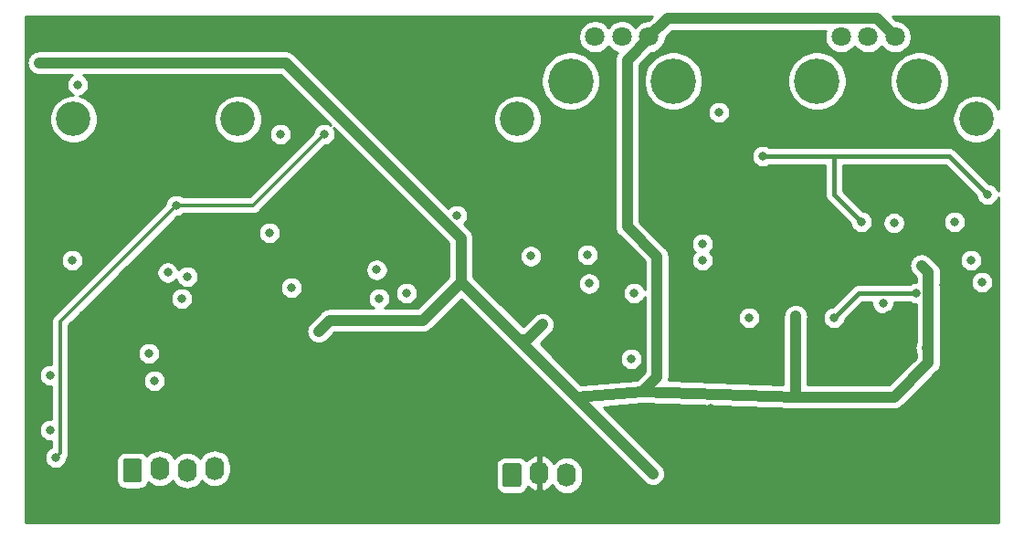
<source format=gbr>
G04 #@! TF.GenerationSoftware,KiCad,Pcbnew,(5.1.5-0-10_14)*
G04 #@! TF.CreationDate,2021-12-27T15:14:27+01:00*
G04 #@! TF.ProjectId,sk108-scabi-log,736b3130-382d-4736-9361-62692d6c6f67,rev?*
G04 #@! TF.SameCoordinates,Original*
G04 #@! TF.FileFunction,Copper,L2,Inr*
G04 #@! TF.FilePolarity,Positive*
%FSLAX46Y46*%
G04 Gerber Fmt 4.6, Leading zero omitted, Abs format (unit mm)*
G04 Created by KiCad (PCBNEW (5.1.5-0-10_14)) date 2021-12-27 15:14:27*
%MOMM*%
%LPD*%
G04 APERTURE LIST*
%ADD10C,3.200000*%
%ADD11C,4.200000*%
%ADD12C,1.800000*%
%ADD13O,1.740000X2.200000*%
%ADD14C,0.100000*%
%ADD15C,0.800000*%
%ADD16C,0.406400*%
%ADD17C,1.000000*%
%ADD18C,0.350000*%
%ADD19C,0.254000*%
G04 APERTURE END LIST*
D10*
X94488000Y-58420000D03*
X68580000Y-58420000D03*
X53340000Y-58420000D03*
X137033000Y-58420000D03*
D11*
X108930000Y-54900000D03*
X99430000Y-54900000D03*
D12*
X106680000Y-50800000D03*
X104180000Y-50800000D03*
X101680000Y-50800000D03*
D11*
X131750000Y-54900000D03*
X122250000Y-54900000D03*
D12*
X129500000Y-50800000D03*
X127000000Y-50800000D03*
X124500000Y-50800000D03*
D13*
X99060000Y-91440000D03*
X96520000Y-91240000D03*
G04 #@! TA.AperFunction,ViaPad*
D14*
G36*
X94624505Y-90341204D02*
G01*
X94648773Y-90344804D01*
X94672572Y-90350765D01*
X94695671Y-90359030D01*
X94717850Y-90369520D01*
X94738893Y-90382132D01*
X94758599Y-90396747D01*
X94776777Y-90413223D01*
X94793253Y-90431401D01*
X94807868Y-90451107D01*
X94820480Y-90472150D01*
X94830970Y-90494329D01*
X94839235Y-90517428D01*
X94845196Y-90541227D01*
X94848796Y-90565495D01*
X94850000Y-90589999D01*
X94850000Y-92290001D01*
X94848796Y-92314505D01*
X94845196Y-92338773D01*
X94839235Y-92362572D01*
X94830970Y-92385671D01*
X94820480Y-92407850D01*
X94807868Y-92428893D01*
X94793253Y-92448599D01*
X94776777Y-92466777D01*
X94758599Y-92483253D01*
X94738893Y-92497868D01*
X94717850Y-92510480D01*
X94695671Y-92520970D01*
X94672572Y-92529235D01*
X94648773Y-92535196D01*
X94624505Y-92538796D01*
X94600001Y-92540000D01*
X93359999Y-92540000D01*
X93335495Y-92538796D01*
X93311227Y-92535196D01*
X93287428Y-92529235D01*
X93264329Y-92520970D01*
X93242150Y-92510480D01*
X93221107Y-92497868D01*
X93201401Y-92483253D01*
X93183223Y-92466777D01*
X93166747Y-92448599D01*
X93152132Y-92428893D01*
X93139520Y-92407850D01*
X93129030Y-92385671D01*
X93120765Y-92362572D01*
X93114804Y-92338773D01*
X93111204Y-92314505D01*
X93110000Y-92290001D01*
X93110000Y-90589999D01*
X93111204Y-90565495D01*
X93114804Y-90541227D01*
X93120765Y-90517428D01*
X93129030Y-90494329D01*
X93139520Y-90472150D01*
X93152132Y-90451107D01*
X93166747Y-90431401D01*
X93183223Y-90413223D01*
X93201401Y-90396747D01*
X93221107Y-90382132D01*
X93242150Y-90369520D01*
X93264329Y-90359030D01*
X93287428Y-90350765D01*
X93311227Y-90344804D01*
X93335495Y-90341204D01*
X93359999Y-90340000D01*
X94600001Y-90340000D01*
X94624505Y-90341204D01*
G37*
G04 #@! TD.AperFunction*
G04 #@! TA.AperFunction,ViaPad*
G36*
X59445505Y-89906204D02*
G01*
X59469773Y-89909804D01*
X59493572Y-89915765D01*
X59516671Y-89924030D01*
X59538850Y-89934520D01*
X59559893Y-89947132D01*
X59579599Y-89961747D01*
X59597777Y-89978223D01*
X59614253Y-89996401D01*
X59628868Y-90016107D01*
X59641480Y-90037150D01*
X59651970Y-90059329D01*
X59660235Y-90082428D01*
X59666196Y-90106227D01*
X59669796Y-90130495D01*
X59671000Y-90154999D01*
X59671000Y-91855001D01*
X59669796Y-91879505D01*
X59666196Y-91903773D01*
X59660235Y-91927572D01*
X59651970Y-91950671D01*
X59641480Y-91972850D01*
X59628868Y-91993893D01*
X59614253Y-92013599D01*
X59597777Y-92031777D01*
X59579599Y-92048253D01*
X59559893Y-92062868D01*
X59538850Y-92075480D01*
X59516671Y-92085970D01*
X59493572Y-92094235D01*
X59469773Y-92100196D01*
X59445505Y-92103796D01*
X59421001Y-92105000D01*
X58180999Y-92105000D01*
X58156495Y-92103796D01*
X58132227Y-92100196D01*
X58108428Y-92094235D01*
X58085329Y-92085970D01*
X58063150Y-92075480D01*
X58042107Y-92062868D01*
X58022401Y-92048253D01*
X58004223Y-92031777D01*
X57987747Y-92013599D01*
X57973132Y-91993893D01*
X57960520Y-91972850D01*
X57950030Y-91950671D01*
X57941765Y-91927572D01*
X57935804Y-91903773D01*
X57932204Y-91879505D01*
X57931000Y-91855001D01*
X57931000Y-90154999D01*
X57932204Y-90130495D01*
X57935804Y-90106227D01*
X57941765Y-90082428D01*
X57950030Y-90059329D01*
X57960520Y-90037150D01*
X57973132Y-90016107D01*
X57987747Y-89996401D01*
X58004223Y-89978223D01*
X58022401Y-89961747D01*
X58042107Y-89947132D01*
X58063150Y-89934520D01*
X58085329Y-89924030D01*
X58108428Y-89915765D01*
X58132227Y-89909804D01*
X58156495Y-89906204D01*
X58180999Y-89905000D01*
X59421001Y-89905000D01*
X59445505Y-89906204D01*
G37*
G04 #@! TD.AperFunction*
D13*
X61341000Y-90805000D03*
X63881000Y-91005000D03*
X66421000Y-90805000D03*
D15*
X116205000Y-72009000D03*
X137541000Y-54737000D03*
X124333000Y-58293000D03*
X128905000Y-76581000D03*
X104639613Y-71890387D03*
X97917000Y-70993000D03*
X92329000Y-78613000D03*
X90805000Y-67945000D03*
X102997000Y-55753000D03*
X85725000Y-61849000D03*
X80137000Y-67945000D03*
X78105000Y-73025000D03*
X79629000Y-92329000D03*
X74041000Y-78613000D03*
X53721000Y-92329000D03*
X58178887Y-72910887D03*
X54229000Y-76581000D03*
X51689000Y-63373000D03*
X122301000Y-72517000D03*
X112395000Y-85217000D03*
X90551000Y-85471000D03*
X137795000Y-94107000D03*
X85725000Y-89027000D03*
X111125000Y-62357000D03*
X132715000Y-64897000D03*
X133985000Y-73787000D03*
X135255000Y-78867000D03*
X64147520Y-78879520D03*
X95072200Y-53263800D03*
X138049000Y-65405000D03*
X117221000Y-61849000D03*
X126365000Y-67945000D03*
X131445000Y-74549000D03*
X123825000Y-76837552D03*
X107061000Y-91313000D03*
X50165000Y-53213000D03*
X76073000Y-78105000D03*
X96800000Y-77470000D03*
X131953000Y-72009000D03*
X132461000Y-79629000D03*
X120283000Y-76708000D03*
X53730000Y-55245000D03*
X88862930Y-67347070D03*
X135001000Y-67945000D03*
X129395000Y-68052990D03*
X113157000Y-57785000D03*
X137541000Y-73533000D03*
X128364314Y-75498323D03*
X136525000Y-71501000D03*
X95725000Y-71125000D03*
X111633000Y-71501000D03*
X105029000Y-80645000D03*
X100965000Y-70993000D03*
X105297390Y-74549000D03*
X111633000Y-69977000D03*
X115960000Y-76835000D03*
X62865000Y-66421000D03*
X76581000Y-59817000D03*
X51689000Y-89789000D03*
X71501000Y-68961000D03*
X60325000Y-80137000D03*
X84201000Y-74549000D03*
X60833000Y-82677000D03*
X62070000Y-72645000D03*
X81661000Y-75057000D03*
X101125000Y-73665000D03*
X72517000Y-59817000D03*
X63373000Y-75057000D03*
X73533000Y-74041000D03*
X81440000Y-72395000D03*
X51181000Y-82169000D03*
X63881000Y-73025000D03*
X51181000Y-87249000D03*
X53213000Y-71501000D03*
D16*
X138049000Y-65405000D02*
X134493000Y-61849000D01*
X123825000Y-65405000D02*
X126365000Y-67945000D01*
X123825000Y-61849000D02*
X123825000Y-65405000D01*
X134493000Y-61849000D02*
X123825000Y-61849000D01*
X123825000Y-61849000D02*
X117221000Y-61849000D01*
X126113552Y-74549000D02*
X123825000Y-76837552D01*
X131445000Y-74549000D02*
X126113552Y-74549000D01*
D17*
X91821000Y-76073000D02*
X89281000Y-73533000D01*
X94615000Y-78867000D02*
X95403000Y-78867000D01*
X95403000Y-78867000D02*
X96800000Y-77470000D01*
X94615000Y-78867000D02*
X91821000Y-76073000D01*
X107061000Y-91313000D02*
X99949000Y-84201000D01*
X99949000Y-84201000D02*
X94615000Y-78867000D01*
X132595001Y-72651001D02*
X131953000Y-72009000D01*
X129413000Y-84201000D02*
X132595001Y-81018999D01*
X132595001Y-79763001D02*
X132461000Y-79629000D01*
X132595001Y-81018999D02*
X132595001Y-79763001D01*
X132595001Y-79763001D02*
X132595001Y-72651001D01*
X120269000Y-76722000D02*
X120283000Y-76708000D01*
X120269000Y-84201000D02*
X120269000Y-76722000D01*
X120269000Y-84201000D02*
X129413000Y-84201000D01*
X106045000Y-83693000D02*
X120269000Y-84201000D01*
X99949000Y-84201000D02*
X106045000Y-83693000D01*
X127795199Y-49095199D02*
X129500000Y-50800000D01*
X108384801Y-49095199D02*
X127795199Y-49095199D01*
X106680000Y-50800000D02*
X108384801Y-49095199D01*
X77089000Y-77089000D02*
X76073000Y-78105000D01*
X85725000Y-77089000D02*
X77089000Y-77089000D01*
X89281000Y-73533000D02*
X85725000Y-77089000D01*
X73025000Y-53213000D02*
X50165000Y-53213000D01*
X89281000Y-69469000D02*
X73025000Y-53213000D01*
X89281000Y-73533000D02*
X89281000Y-69469000D01*
X104673400Y-52959000D02*
X104673400Y-68402200D01*
X107416600Y-71145400D02*
X107416600Y-82321400D01*
X107416600Y-82321400D02*
X106045000Y-83693000D01*
X104673400Y-68402200D02*
X107416600Y-71145400D01*
X106680000Y-50952400D02*
X104673400Y-52959000D01*
X106680000Y-50800000D02*
X106680000Y-50952400D01*
D18*
X62865000Y-66421000D02*
X69977000Y-66421000D01*
X69977000Y-66421000D02*
X76581000Y-59817000D01*
X62465001Y-66820999D02*
X62865000Y-66421000D01*
X52088999Y-77197001D02*
X62465001Y-66820999D01*
X52088999Y-89389001D02*
X52088999Y-77197001D01*
X51689000Y-89789000D02*
X52088999Y-89389001D01*
D19*
G36*
X106609868Y-49265000D02*
G01*
X106528816Y-49265000D01*
X106232257Y-49323989D01*
X105952905Y-49439701D01*
X105701495Y-49607688D01*
X105487688Y-49821495D01*
X105430000Y-49907831D01*
X105372312Y-49821495D01*
X105158505Y-49607688D01*
X104907095Y-49439701D01*
X104627743Y-49323989D01*
X104331184Y-49265000D01*
X104028816Y-49265000D01*
X103732257Y-49323989D01*
X103452905Y-49439701D01*
X103201495Y-49607688D01*
X102987688Y-49821495D01*
X102930000Y-49907831D01*
X102872312Y-49821495D01*
X102658505Y-49607688D01*
X102407095Y-49439701D01*
X102127743Y-49323989D01*
X101831184Y-49265000D01*
X101528816Y-49265000D01*
X101232257Y-49323989D01*
X100952905Y-49439701D01*
X100701495Y-49607688D01*
X100487688Y-49821495D01*
X100319701Y-50072905D01*
X100203989Y-50352257D01*
X100145000Y-50648816D01*
X100145000Y-50951184D01*
X100203989Y-51247743D01*
X100319701Y-51527095D01*
X100487688Y-51778505D01*
X100701495Y-51992312D01*
X100952905Y-52160299D01*
X101232257Y-52276011D01*
X101528816Y-52335000D01*
X101831184Y-52335000D01*
X102127743Y-52276011D01*
X102407095Y-52160299D01*
X102658505Y-51992312D01*
X102872312Y-51778505D01*
X102930000Y-51692169D01*
X102987688Y-51778505D01*
X103201495Y-51992312D01*
X103452905Y-52160299D01*
X103732257Y-52276011D01*
X103760946Y-52281718D01*
X103725116Y-52325377D01*
X103619725Y-52522553D01*
X103619724Y-52522554D01*
X103554823Y-52736502D01*
X103532909Y-52959000D01*
X103538400Y-53014751D01*
X103538401Y-68346439D01*
X103532909Y-68402200D01*
X103554823Y-68624698D01*
X103619724Y-68838646D01*
X103630636Y-68859061D01*
X103725117Y-69035823D01*
X103866952Y-69208649D01*
X103910260Y-69244191D01*
X106281600Y-71615533D01*
X106281600Y-74220508D01*
X106214595Y-74058744D01*
X106101327Y-73889226D01*
X105957164Y-73745063D01*
X105787646Y-73631795D01*
X105599288Y-73553774D01*
X105399329Y-73514000D01*
X105195451Y-73514000D01*
X104995492Y-73553774D01*
X104807134Y-73631795D01*
X104637616Y-73745063D01*
X104493453Y-73889226D01*
X104380185Y-74058744D01*
X104302164Y-74247102D01*
X104262390Y-74447061D01*
X104262390Y-74650939D01*
X104302164Y-74850898D01*
X104380185Y-75039256D01*
X104493453Y-75208774D01*
X104637616Y-75352937D01*
X104807134Y-75466205D01*
X104995492Y-75544226D01*
X105195451Y-75584000D01*
X105399329Y-75584000D01*
X105599288Y-75544226D01*
X105787646Y-75466205D01*
X105957164Y-75352937D01*
X106101327Y-75208774D01*
X106214595Y-75039256D01*
X106281600Y-74877492D01*
X106281601Y-81851267D01*
X105536421Y-82596448D01*
X100379337Y-83026205D01*
X97896193Y-80543061D01*
X103994000Y-80543061D01*
X103994000Y-80746939D01*
X104033774Y-80946898D01*
X104111795Y-81135256D01*
X104225063Y-81304774D01*
X104369226Y-81448937D01*
X104538744Y-81562205D01*
X104727102Y-81640226D01*
X104927061Y-81680000D01*
X105130939Y-81680000D01*
X105330898Y-81640226D01*
X105519256Y-81562205D01*
X105688774Y-81448937D01*
X105832937Y-81304774D01*
X105946205Y-81135256D01*
X106024226Y-80946898D01*
X106064000Y-80746939D01*
X106064000Y-80543061D01*
X106024226Y-80343102D01*
X105946205Y-80154744D01*
X105832937Y-79985226D01*
X105688774Y-79841063D01*
X105519256Y-79727795D01*
X105330898Y-79649774D01*
X105130939Y-79610000D01*
X104927061Y-79610000D01*
X104727102Y-79649774D01*
X104538744Y-79727795D01*
X104369226Y-79841063D01*
X104225063Y-79985226D01*
X104111795Y-80154744D01*
X104033774Y-80343102D01*
X103994000Y-80543061D01*
X97896193Y-80543061D01*
X96614131Y-79261000D01*
X97641988Y-78233144D01*
X97748283Y-78103624D01*
X97853675Y-77906448D01*
X97918576Y-77692500D01*
X97940490Y-77470001D01*
X97918576Y-77247502D01*
X97853675Y-77033554D01*
X97748283Y-76836378D01*
X97606448Y-76663552D01*
X97433622Y-76521717D01*
X97236446Y-76416325D01*
X97022498Y-76351424D01*
X96799999Y-76329510D01*
X96577500Y-76351424D01*
X96363552Y-76416325D01*
X96166376Y-76521717D01*
X96036856Y-76628012D01*
X95009001Y-77655868D01*
X92662992Y-75309861D01*
X92662988Y-75309856D01*
X90916193Y-73563061D01*
X100090000Y-73563061D01*
X100090000Y-73766939D01*
X100129774Y-73966898D01*
X100207795Y-74155256D01*
X100321063Y-74324774D01*
X100465226Y-74468937D01*
X100634744Y-74582205D01*
X100823102Y-74660226D01*
X101023061Y-74700000D01*
X101226939Y-74700000D01*
X101426898Y-74660226D01*
X101615256Y-74582205D01*
X101784774Y-74468937D01*
X101928937Y-74324774D01*
X102042205Y-74155256D01*
X102120226Y-73966898D01*
X102160000Y-73766939D01*
X102160000Y-73563061D01*
X102120226Y-73363102D01*
X102042205Y-73174744D01*
X101928937Y-73005226D01*
X101784774Y-72861063D01*
X101615256Y-72747795D01*
X101426898Y-72669774D01*
X101226939Y-72630000D01*
X101023061Y-72630000D01*
X100823102Y-72669774D01*
X100634744Y-72747795D01*
X100465226Y-72861063D01*
X100321063Y-73005226D01*
X100207795Y-73174744D01*
X100129774Y-73363102D01*
X100090000Y-73563061D01*
X90916193Y-73563061D01*
X90416000Y-73062869D01*
X90416000Y-71023061D01*
X94690000Y-71023061D01*
X94690000Y-71226939D01*
X94729774Y-71426898D01*
X94807795Y-71615256D01*
X94921063Y-71784774D01*
X95065226Y-71928937D01*
X95234744Y-72042205D01*
X95423102Y-72120226D01*
X95623061Y-72160000D01*
X95826939Y-72160000D01*
X96026898Y-72120226D01*
X96215256Y-72042205D01*
X96384774Y-71928937D01*
X96528937Y-71784774D01*
X96642205Y-71615256D01*
X96720226Y-71426898D01*
X96760000Y-71226939D01*
X96760000Y-71023061D01*
X96733744Y-70891061D01*
X99930000Y-70891061D01*
X99930000Y-71094939D01*
X99969774Y-71294898D01*
X100047795Y-71483256D01*
X100161063Y-71652774D01*
X100305226Y-71796937D01*
X100474744Y-71910205D01*
X100663102Y-71988226D01*
X100863061Y-72028000D01*
X101066939Y-72028000D01*
X101266898Y-71988226D01*
X101455256Y-71910205D01*
X101624774Y-71796937D01*
X101768937Y-71652774D01*
X101882205Y-71483256D01*
X101960226Y-71294898D01*
X102000000Y-71094939D01*
X102000000Y-70891061D01*
X101960226Y-70691102D01*
X101882205Y-70502744D01*
X101768937Y-70333226D01*
X101624774Y-70189063D01*
X101455256Y-70075795D01*
X101266898Y-69997774D01*
X101066939Y-69958000D01*
X100863061Y-69958000D01*
X100663102Y-69997774D01*
X100474744Y-70075795D01*
X100305226Y-70189063D01*
X100161063Y-70333226D01*
X100047795Y-70502744D01*
X99969774Y-70691102D01*
X99930000Y-70891061D01*
X96733744Y-70891061D01*
X96720226Y-70823102D01*
X96642205Y-70634744D01*
X96528937Y-70465226D01*
X96384774Y-70321063D01*
X96215256Y-70207795D01*
X96026898Y-70129774D01*
X95826939Y-70090000D01*
X95623061Y-70090000D01*
X95423102Y-70129774D01*
X95234744Y-70207795D01*
X95065226Y-70321063D01*
X94921063Y-70465226D01*
X94807795Y-70634744D01*
X94729774Y-70823102D01*
X94690000Y-71023061D01*
X90416000Y-71023061D01*
X90416000Y-69524752D01*
X90421491Y-69469000D01*
X90399577Y-69246501D01*
X90334676Y-69032553D01*
X90229284Y-68835377D01*
X90122989Y-68705856D01*
X90122987Y-68705854D01*
X90087449Y-68662551D01*
X90044146Y-68627013D01*
X89545422Y-68128289D01*
X89666867Y-68006844D01*
X89780135Y-67837326D01*
X89858156Y-67648968D01*
X89897930Y-67449009D01*
X89897930Y-67245131D01*
X89858156Y-67045172D01*
X89780135Y-66856814D01*
X89666867Y-66687296D01*
X89522704Y-66543133D01*
X89353186Y-66429865D01*
X89164828Y-66351844D01*
X88964869Y-66312070D01*
X88760991Y-66312070D01*
X88561032Y-66351844D01*
X88372674Y-66429865D01*
X88203156Y-66543133D01*
X88081711Y-66664578D01*
X79617004Y-58199872D01*
X92253000Y-58199872D01*
X92253000Y-58640128D01*
X92338890Y-59071925D01*
X92507369Y-59478669D01*
X92751962Y-59844729D01*
X93063271Y-60156038D01*
X93429331Y-60400631D01*
X93836075Y-60569110D01*
X94267872Y-60655000D01*
X94708128Y-60655000D01*
X95139925Y-60569110D01*
X95546669Y-60400631D01*
X95912729Y-60156038D01*
X96224038Y-59844729D01*
X96468631Y-59478669D01*
X96637110Y-59071925D01*
X96723000Y-58640128D01*
X96723000Y-58199872D01*
X96637110Y-57768075D01*
X96468631Y-57361331D01*
X96224038Y-56995271D01*
X95912729Y-56683962D01*
X95546669Y-56439369D01*
X95139925Y-56270890D01*
X94708128Y-56185000D01*
X94267872Y-56185000D01*
X93836075Y-56270890D01*
X93429331Y-56439369D01*
X93063271Y-56683962D01*
X92751962Y-56995271D01*
X92507369Y-57361331D01*
X92338890Y-57768075D01*
X92253000Y-58199872D01*
X79617004Y-58199872D01*
X76047758Y-54630626D01*
X96695000Y-54630626D01*
X96695000Y-55169374D01*
X96800105Y-55697770D01*
X97006275Y-56195508D01*
X97305587Y-56643461D01*
X97686539Y-57024413D01*
X98134492Y-57323725D01*
X98632230Y-57529895D01*
X99160626Y-57635000D01*
X99699374Y-57635000D01*
X100227770Y-57529895D01*
X100725508Y-57323725D01*
X101173461Y-57024413D01*
X101554413Y-56643461D01*
X101853725Y-56195508D01*
X102059895Y-55697770D01*
X102165000Y-55169374D01*
X102165000Y-54630626D01*
X102059895Y-54102230D01*
X101853725Y-53604492D01*
X101554413Y-53156539D01*
X101173461Y-52775587D01*
X100725508Y-52476275D01*
X100227770Y-52270105D01*
X99699374Y-52165000D01*
X99160626Y-52165000D01*
X98632230Y-52270105D01*
X98134492Y-52476275D01*
X97686539Y-52775587D01*
X97305587Y-53156539D01*
X97006275Y-53604492D01*
X96800105Y-54102230D01*
X96695000Y-54630626D01*
X76047758Y-54630626D01*
X73866996Y-52449865D01*
X73831449Y-52406551D01*
X73658623Y-52264716D01*
X73461447Y-52159324D01*
X73247499Y-52094423D01*
X73080752Y-52078000D01*
X73080751Y-52078000D01*
X73025000Y-52072509D01*
X72969249Y-52078000D01*
X50109248Y-52078000D01*
X49942501Y-52094423D01*
X49728553Y-52159324D01*
X49531377Y-52264716D01*
X49358551Y-52406551D01*
X49216716Y-52579377D01*
X49111324Y-52776553D01*
X49046423Y-52990501D01*
X49024509Y-53213000D01*
X49046423Y-53435499D01*
X49111324Y-53649447D01*
X49216716Y-53846623D01*
X49358551Y-54019449D01*
X49531377Y-54161284D01*
X49728553Y-54266676D01*
X49942501Y-54331577D01*
X50109248Y-54348000D01*
X53209505Y-54348000D01*
X53070226Y-54441063D01*
X52926063Y-54585226D01*
X52812795Y-54754744D01*
X52734774Y-54943102D01*
X52695000Y-55143061D01*
X52695000Y-55346939D01*
X52734774Y-55546898D01*
X52812795Y-55735256D01*
X52926063Y-55904774D01*
X53070226Y-56048937D01*
X53239744Y-56162205D01*
X53294776Y-56185000D01*
X53119872Y-56185000D01*
X52688075Y-56270890D01*
X52281331Y-56439369D01*
X51915271Y-56683962D01*
X51603962Y-56995271D01*
X51359369Y-57361331D01*
X51190890Y-57768075D01*
X51105000Y-58199872D01*
X51105000Y-58640128D01*
X51190890Y-59071925D01*
X51359369Y-59478669D01*
X51603962Y-59844729D01*
X51915271Y-60156038D01*
X52281331Y-60400631D01*
X52688075Y-60569110D01*
X53119872Y-60655000D01*
X53560128Y-60655000D01*
X53991925Y-60569110D01*
X54398669Y-60400631D01*
X54764729Y-60156038D01*
X55076038Y-59844729D01*
X55320631Y-59478669D01*
X55489110Y-59071925D01*
X55575000Y-58640128D01*
X55575000Y-58199872D01*
X66345000Y-58199872D01*
X66345000Y-58640128D01*
X66430890Y-59071925D01*
X66599369Y-59478669D01*
X66843962Y-59844729D01*
X67155271Y-60156038D01*
X67521331Y-60400631D01*
X67928075Y-60569110D01*
X68359872Y-60655000D01*
X68800128Y-60655000D01*
X69231925Y-60569110D01*
X69638669Y-60400631D01*
X70004729Y-60156038D01*
X70316038Y-59844729D01*
X70402679Y-59715061D01*
X71482000Y-59715061D01*
X71482000Y-59918939D01*
X71521774Y-60118898D01*
X71599795Y-60307256D01*
X71713063Y-60476774D01*
X71857226Y-60620937D01*
X72026744Y-60734205D01*
X72215102Y-60812226D01*
X72415061Y-60852000D01*
X72618939Y-60852000D01*
X72818898Y-60812226D01*
X73007256Y-60734205D01*
X73176774Y-60620937D01*
X73320937Y-60476774D01*
X73434205Y-60307256D01*
X73512226Y-60118898D01*
X73552000Y-59918939D01*
X73552000Y-59715061D01*
X73512226Y-59515102D01*
X73434205Y-59326744D01*
X73320937Y-59157226D01*
X73176774Y-59013063D01*
X73007256Y-58899795D01*
X72818898Y-58821774D01*
X72618939Y-58782000D01*
X72415061Y-58782000D01*
X72215102Y-58821774D01*
X72026744Y-58899795D01*
X71857226Y-59013063D01*
X71713063Y-59157226D01*
X71599795Y-59326744D01*
X71521774Y-59515102D01*
X71482000Y-59715061D01*
X70402679Y-59715061D01*
X70560631Y-59478669D01*
X70729110Y-59071925D01*
X70815000Y-58640128D01*
X70815000Y-58199872D01*
X70729110Y-57768075D01*
X70560631Y-57361331D01*
X70316038Y-56995271D01*
X70004729Y-56683962D01*
X69638669Y-56439369D01*
X69231925Y-56270890D01*
X68800128Y-56185000D01*
X68359872Y-56185000D01*
X67928075Y-56270890D01*
X67521331Y-56439369D01*
X67155271Y-56683962D01*
X66843962Y-56995271D01*
X66599369Y-57361331D01*
X66430890Y-57768075D01*
X66345000Y-58199872D01*
X55575000Y-58199872D01*
X55489110Y-57768075D01*
X55320631Y-57361331D01*
X55076038Y-56995271D01*
X54764729Y-56683962D01*
X54398669Y-56439369D01*
X53991925Y-56270890D01*
X53934832Y-56259533D01*
X54031898Y-56240226D01*
X54220256Y-56162205D01*
X54389774Y-56048937D01*
X54533937Y-55904774D01*
X54647205Y-55735256D01*
X54725226Y-55546898D01*
X54765000Y-55346939D01*
X54765000Y-55143061D01*
X54725226Y-54943102D01*
X54647205Y-54754744D01*
X54533937Y-54585226D01*
X54389774Y-54441063D01*
X54250495Y-54348000D01*
X72554869Y-54348000D01*
X77177962Y-58971093D01*
X77071256Y-58899795D01*
X76882898Y-58821774D01*
X76682939Y-58782000D01*
X76479061Y-58782000D01*
X76279102Y-58821774D01*
X76090744Y-58899795D01*
X75921226Y-59013063D01*
X75777063Y-59157226D01*
X75663795Y-59326744D01*
X75585774Y-59515102D01*
X75548129Y-59704358D01*
X69641488Y-65611000D01*
X63515700Y-65611000D01*
X63355256Y-65503795D01*
X63166898Y-65425774D01*
X62966939Y-65386000D01*
X62763061Y-65386000D01*
X62563102Y-65425774D01*
X62374744Y-65503795D01*
X62205226Y-65617063D01*
X62061063Y-65761226D01*
X61947795Y-65930744D01*
X61869774Y-66119102D01*
X61832129Y-66308358D01*
X51544382Y-76596106D01*
X51513472Y-76621473D01*
X51470991Y-76673237D01*
X51412250Y-76744812D01*
X51340287Y-76879448D01*
X51337037Y-76885528D01*
X51292134Y-77033554D01*
X51290720Y-77038214D01*
X51275080Y-77197001D01*
X51279000Y-77236799D01*
X51279000Y-81134000D01*
X51079061Y-81134000D01*
X50879102Y-81173774D01*
X50690744Y-81251795D01*
X50521226Y-81365063D01*
X50377063Y-81509226D01*
X50263795Y-81678744D01*
X50185774Y-81867102D01*
X50146000Y-82067061D01*
X50146000Y-82270939D01*
X50185774Y-82470898D01*
X50263795Y-82659256D01*
X50377063Y-82828774D01*
X50521226Y-82972937D01*
X50690744Y-83086205D01*
X50879102Y-83164226D01*
X51079061Y-83204000D01*
X51279000Y-83204000D01*
X51278999Y-86214000D01*
X51079061Y-86214000D01*
X50879102Y-86253774D01*
X50690744Y-86331795D01*
X50521226Y-86445063D01*
X50377063Y-86589226D01*
X50263795Y-86758744D01*
X50185774Y-86947102D01*
X50146000Y-87147061D01*
X50146000Y-87350939D01*
X50185774Y-87550898D01*
X50263795Y-87739256D01*
X50377063Y-87908774D01*
X50521226Y-88052937D01*
X50690744Y-88166205D01*
X50879102Y-88244226D01*
X51079061Y-88284000D01*
X51278999Y-88284000D01*
X51278999Y-88838552D01*
X51198744Y-88871795D01*
X51029226Y-88985063D01*
X50885063Y-89129226D01*
X50771795Y-89298744D01*
X50693774Y-89487102D01*
X50654000Y-89687061D01*
X50654000Y-89890939D01*
X50693774Y-90090898D01*
X50771795Y-90279256D01*
X50885063Y-90448774D01*
X51029226Y-90592937D01*
X51198744Y-90706205D01*
X51387102Y-90784226D01*
X51587061Y-90824000D01*
X51790939Y-90824000D01*
X51990898Y-90784226D01*
X52179256Y-90706205D01*
X52348774Y-90592937D01*
X52492937Y-90448774D01*
X52606205Y-90279256D01*
X52657674Y-90154999D01*
X57292928Y-90154999D01*
X57292928Y-91855001D01*
X57309992Y-92028255D01*
X57360528Y-92194851D01*
X57442595Y-92348387D01*
X57553038Y-92482962D01*
X57687613Y-92593405D01*
X57841149Y-92675472D01*
X58007745Y-92726008D01*
X58180999Y-92743072D01*
X59421001Y-92743072D01*
X59594255Y-92726008D01*
X59760851Y-92675472D01*
X59914387Y-92593405D01*
X60048962Y-92482962D01*
X60159405Y-92348387D01*
X60241472Y-92194851D01*
X60269663Y-92101918D01*
X60271655Y-92104345D01*
X60500822Y-92292417D01*
X60762276Y-92432166D01*
X61045969Y-92518224D01*
X61341000Y-92547282D01*
X61636032Y-92518224D01*
X61919725Y-92432166D01*
X62181179Y-92292417D01*
X62410345Y-92104345D01*
X62548919Y-91935492D01*
X62623583Y-92075179D01*
X62811655Y-92304345D01*
X63040822Y-92492417D01*
X63302276Y-92632166D01*
X63585969Y-92718224D01*
X63881000Y-92747282D01*
X64176032Y-92718224D01*
X64459725Y-92632166D01*
X64721179Y-92492417D01*
X64950345Y-92304345D01*
X65138417Y-92075179D01*
X65213081Y-91935492D01*
X65351655Y-92104345D01*
X65580822Y-92292417D01*
X65842276Y-92432166D01*
X66125969Y-92518224D01*
X66421000Y-92547282D01*
X66716032Y-92518224D01*
X66999725Y-92432166D01*
X67261179Y-92292417D01*
X67490345Y-92104345D01*
X67678417Y-91875179D01*
X67818166Y-91613724D01*
X67904224Y-91330031D01*
X67926000Y-91108935D01*
X67926000Y-90589999D01*
X92471928Y-90589999D01*
X92471928Y-92290001D01*
X92488992Y-92463255D01*
X92539528Y-92629851D01*
X92621595Y-92783387D01*
X92732038Y-92917962D01*
X92866613Y-93028405D01*
X93020149Y-93110472D01*
X93186745Y-93161008D01*
X93359999Y-93178072D01*
X94600001Y-93178072D01*
X94773255Y-93161008D01*
X94939851Y-93110472D01*
X95093387Y-93028405D01*
X95227962Y-92917962D01*
X95338405Y-92783387D01*
X95420472Y-92629851D01*
X95450773Y-92529963D01*
X95549506Y-92630536D01*
X95794563Y-92797571D01*
X96067498Y-92913588D01*
X96159969Y-92931302D01*
X96393000Y-92810246D01*
X96393000Y-91367000D01*
X96373000Y-91367000D01*
X96373000Y-91113000D01*
X96393000Y-91113000D01*
X96393000Y-89669754D01*
X96647000Y-89669754D01*
X96647000Y-91113000D01*
X96667000Y-91113000D01*
X96667000Y-91367000D01*
X96647000Y-91367000D01*
X96647000Y-92810246D01*
X96880031Y-92931302D01*
X96972502Y-92913588D01*
X97245437Y-92797571D01*
X97490494Y-92630536D01*
X97698256Y-92418903D01*
X97728837Y-92372208D01*
X97802583Y-92510179D01*
X97990655Y-92739345D01*
X98219822Y-92927417D01*
X98481276Y-93067166D01*
X98764969Y-93153224D01*
X99060000Y-93182282D01*
X99355032Y-93153224D01*
X99638725Y-93067166D01*
X99900179Y-92927417D01*
X100129345Y-92739345D01*
X100317417Y-92510179D01*
X100457166Y-92248724D01*
X100543224Y-91965031D01*
X100565000Y-91743935D01*
X100565000Y-91136064D01*
X100543224Y-90914968D01*
X100457166Y-90631275D01*
X100317417Y-90369821D01*
X100129345Y-90140655D01*
X99900178Y-89952583D01*
X99638724Y-89812834D01*
X99355031Y-89726776D01*
X99060000Y-89697718D01*
X98764968Y-89726776D01*
X98481275Y-89812834D01*
X98219821Y-89952583D01*
X97990655Y-90140655D01*
X97857010Y-90303503D01*
X97698256Y-90061097D01*
X97490494Y-89849464D01*
X97245437Y-89682429D01*
X96972502Y-89566412D01*
X96880031Y-89548698D01*
X96647000Y-89669754D01*
X96393000Y-89669754D01*
X96159969Y-89548698D01*
X96067498Y-89566412D01*
X95794563Y-89682429D01*
X95549506Y-89849464D01*
X95341744Y-90061097D01*
X95327326Y-90083113D01*
X95227962Y-89962038D01*
X95093387Y-89851595D01*
X94939851Y-89769528D01*
X94773255Y-89718992D01*
X94600001Y-89701928D01*
X93359999Y-89701928D01*
X93186745Y-89718992D01*
X93020149Y-89769528D01*
X92866613Y-89851595D01*
X92732038Y-89962038D01*
X92621595Y-90096613D01*
X92539528Y-90250149D01*
X92488992Y-90416745D01*
X92471928Y-90589999D01*
X67926000Y-90589999D01*
X67926000Y-90501064D01*
X67904224Y-90279968D01*
X67818166Y-89996275D01*
X67678417Y-89734821D01*
X67490345Y-89505655D01*
X67261178Y-89317583D01*
X66999724Y-89177834D01*
X66716031Y-89091776D01*
X66421000Y-89062718D01*
X66125968Y-89091776D01*
X65842275Y-89177834D01*
X65580821Y-89317583D01*
X65351655Y-89505655D01*
X65163583Y-89734822D01*
X65088920Y-89874508D01*
X64950345Y-89705655D01*
X64721178Y-89517583D01*
X64459724Y-89377834D01*
X64176031Y-89291776D01*
X63881000Y-89262718D01*
X63585968Y-89291776D01*
X63302275Y-89377834D01*
X63040821Y-89517583D01*
X62811655Y-89705655D01*
X62673081Y-89874508D01*
X62598417Y-89734821D01*
X62410345Y-89505655D01*
X62181178Y-89317583D01*
X61919724Y-89177834D01*
X61636031Y-89091776D01*
X61341000Y-89062718D01*
X61045968Y-89091776D01*
X60762275Y-89177834D01*
X60500821Y-89317583D01*
X60271655Y-89505655D01*
X60151534Y-89652023D01*
X60048962Y-89527038D01*
X59914387Y-89416595D01*
X59760851Y-89334528D01*
X59594255Y-89283992D01*
X59421001Y-89266928D01*
X58180999Y-89266928D01*
X58007745Y-89283992D01*
X57841149Y-89334528D01*
X57687613Y-89416595D01*
X57553038Y-89527038D01*
X57442595Y-89661613D01*
X57360528Y-89815149D01*
X57309992Y-89981745D01*
X57292928Y-90154999D01*
X52657674Y-90154999D01*
X52684226Y-90090898D01*
X52723706Y-89892419D01*
X52765748Y-89841190D01*
X52840962Y-89700474D01*
X52887279Y-89547789D01*
X52898999Y-89428792D01*
X52898999Y-89428790D01*
X52902918Y-89389002D01*
X52898999Y-89349214D01*
X52898999Y-82575061D01*
X59798000Y-82575061D01*
X59798000Y-82778939D01*
X59837774Y-82978898D01*
X59915795Y-83167256D01*
X60029063Y-83336774D01*
X60173226Y-83480937D01*
X60342744Y-83594205D01*
X60531102Y-83672226D01*
X60731061Y-83712000D01*
X60934939Y-83712000D01*
X61134898Y-83672226D01*
X61323256Y-83594205D01*
X61492774Y-83480937D01*
X61636937Y-83336774D01*
X61750205Y-83167256D01*
X61828226Y-82978898D01*
X61868000Y-82778939D01*
X61868000Y-82575061D01*
X61828226Y-82375102D01*
X61750205Y-82186744D01*
X61636937Y-82017226D01*
X61492774Y-81873063D01*
X61323256Y-81759795D01*
X61134898Y-81681774D01*
X60934939Y-81642000D01*
X60731061Y-81642000D01*
X60531102Y-81681774D01*
X60342744Y-81759795D01*
X60173226Y-81873063D01*
X60029063Y-82017226D01*
X59915795Y-82186744D01*
X59837774Y-82375102D01*
X59798000Y-82575061D01*
X52898999Y-82575061D01*
X52898999Y-80035061D01*
X59290000Y-80035061D01*
X59290000Y-80238939D01*
X59329774Y-80438898D01*
X59407795Y-80627256D01*
X59521063Y-80796774D01*
X59665226Y-80940937D01*
X59834744Y-81054205D01*
X60023102Y-81132226D01*
X60223061Y-81172000D01*
X60426939Y-81172000D01*
X60626898Y-81132226D01*
X60815256Y-81054205D01*
X60984774Y-80940937D01*
X61128937Y-80796774D01*
X61242205Y-80627256D01*
X61320226Y-80438898D01*
X61360000Y-80238939D01*
X61360000Y-80035061D01*
X61320226Y-79835102D01*
X61242205Y-79646744D01*
X61128937Y-79477226D01*
X60984774Y-79333063D01*
X60815256Y-79219795D01*
X60626898Y-79141774D01*
X60426939Y-79102000D01*
X60223061Y-79102000D01*
X60023102Y-79141774D01*
X59834744Y-79219795D01*
X59665226Y-79333063D01*
X59521063Y-79477226D01*
X59407795Y-79646744D01*
X59329774Y-79835102D01*
X59290000Y-80035061D01*
X52898999Y-80035061D01*
X52898999Y-77532513D01*
X55476451Y-74955061D01*
X62338000Y-74955061D01*
X62338000Y-75158939D01*
X62377774Y-75358898D01*
X62455795Y-75547256D01*
X62569063Y-75716774D01*
X62713226Y-75860937D01*
X62882744Y-75974205D01*
X63071102Y-76052226D01*
X63271061Y-76092000D01*
X63474939Y-76092000D01*
X63674898Y-76052226D01*
X63863256Y-75974205D01*
X64032774Y-75860937D01*
X64176937Y-75716774D01*
X64290205Y-75547256D01*
X64368226Y-75358898D01*
X64408000Y-75158939D01*
X64408000Y-74955061D01*
X64368226Y-74755102D01*
X64290205Y-74566744D01*
X64176937Y-74397226D01*
X64032774Y-74253063D01*
X63863256Y-74139795D01*
X63674898Y-74061774D01*
X63474939Y-74022000D01*
X63271061Y-74022000D01*
X63071102Y-74061774D01*
X62882744Y-74139795D01*
X62713226Y-74253063D01*
X62569063Y-74397226D01*
X62455795Y-74566744D01*
X62377774Y-74755102D01*
X62338000Y-74955061D01*
X55476451Y-74955061D01*
X57888451Y-72543061D01*
X61035000Y-72543061D01*
X61035000Y-72746939D01*
X61074774Y-72946898D01*
X61152795Y-73135256D01*
X61266063Y-73304774D01*
X61410226Y-73448937D01*
X61579744Y-73562205D01*
X61768102Y-73640226D01*
X61968061Y-73680000D01*
X62171939Y-73680000D01*
X62371898Y-73640226D01*
X62560256Y-73562205D01*
X62729774Y-73448937D01*
X62873937Y-73304774D01*
X62879667Y-73296198D01*
X62885774Y-73326898D01*
X62963795Y-73515256D01*
X63077063Y-73684774D01*
X63221226Y-73828937D01*
X63390744Y-73942205D01*
X63579102Y-74020226D01*
X63779061Y-74060000D01*
X63982939Y-74060000D01*
X64182898Y-74020226D01*
X64371256Y-73942205D01*
X64375961Y-73939061D01*
X72498000Y-73939061D01*
X72498000Y-74142939D01*
X72537774Y-74342898D01*
X72615795Y-74531256D01*
X72729063Y-74700774D01*
X72873226Y-74844937D01*
X73042744Y-74958205D01*
X73231102Y-75036226D01*
X73431061Y-75076000D01*
X73634939Y-75076000D01*
X73834898Y-75036226D01*
X74023256Y-74958205D01*
X74192774Y-74844937D01*
X74336937Y-74700774D01*
X74450205Y-74531256D01*
X74528226Y-74342898D01*
X74568000Y-74142939D01*
X74568000Y-73939061D01*
X74528226Y-73739102D01*
X74450205Y-73550744D01*
X74336937Y-73381226D01*
X74192774Y-73237063D01*
X74023256Y-73123795D01*
X73834898Y-73045774D01*
X73634939Y-73006000D01*
X73431061Y-73006000D01*
X73231102Y-73045774D01*
X73042744Y-73123795D01*
X72873226Y-73237063D01*
X72729063Y-73381226D01*
X72615795Y-73550744D01*
X72537774Y-73739102D01*
X72498000Y-73939061D01*
X64375961Y-73939061D01*
X64540774Y-73828937D01*
X64684937Y-73684774D01*
X64798205Y-73515256D01*
X64876226Y-73326898D01*
X64916000Y-73126939D01*
X64916000Y-72923061D01*
X64876226Y-72723102D01*
X64798205Y-72534744D01*
X64684937Y-72365226D01*
X64612772Y-72293061D01*
X80405000Y-72293061D01*
X80405000Y-72496939D01*
X80444774Y-72696898D01*
X80522795Y-72885256D01*
X80636063Y-73054774D01*
X80780226Y-73198937D01*
X80949744Y-73312205D01*
X81138102Y-73390226D01*
X81338061Y-73430000D01*
X81541939Y-73430000D01*
X81741898Y-73390226D01*
X81930256Y-73312205D01*
X82099774Y-73198937D01*
X82243937Y-73054774D01*
X82357205Y-72885256D01*
X82435226Y-72696898D01*
X82475000Y-72496939D01*
X82475000Y-72293061D01*
X82435226Y-72093102D01*
X82357205Y-71904744D01*
X82243937Y-71735226D01*
X82099774Y-71591063D01*
X81930256Y-71477795D01*
X81741898Y-71399774D01*
X81541939Y-71360000D01*
X81338061Y-71360000D01*
X81138102Y-71399774D01*
X80949744Y-71477795D01*
X80780226Y-71591063D01*
X80636063Y-71735226D01*
X80522795Y-71904744D01*
X80444774Y-72093102D01*
X80405000Y-72293061D01*
X64612772Y-72293061D01*
X64540774Y-72221063D01*
X64371256Y-72107795D01*
X64182898Y-72029774D01*
X63982939Y-71990000D01*
X63779061Y-71990000D01*
X63579102Y-72029774D01*
X63390744Y-72107795D01*
X63221226Y-72221063D01*
X63077063Y-72365226D01*
X63071333Y-72373802D01*
X63065226Y-72343102D01*
X62987205Y-72154744D01*
X62873937Y-71985226D01*
X62729774Y-71841063D01*
X62560256Y-71727795D01*
X62371898Y-71649774D01*
X62171939Y-71610000D01*
X61968061Y-71610000D01*
X61768102Y-71649774D01*
X61579744Y-71727795D01*
X61410226Y-71841063D01*
X61266063Y-71985226D01*
X61152795Y-72154744D01*
X61074774Y-72343102D01*
X61035000Y-72543061D01*
X57888451Y-72543061D01*
X61572451Y-68859061D01*
X70466000Y-68859061D01*
X70466000Y-69062939D01*
X70505774Y-69262898D01*
X70583795Y-69451256D01*
X70697063Y-69620774D01*
X70841226Y-69764937D01*
X71010744Y-69878205D01*
X71199102Y-69956226D01*
X71399061Y-69996000D01*
X71602939Y-69996000D01*
X71802898Y-69956226D01*
X71991256Y-69878205D01*
X72160774Y-69764937D01*
X72304937Y-69620774D01*
X72418205Y-69451256D01*
X72496226Y-69262898D01*
X72536000Y-69062939D01*
X72536000Y-68859061D01*
X72496226Y-68659102D01*
X72418205Y-68470744D01*
X72304937Y-68301226D01*
X72160774Y-68157063D01*
X71991256Y-68043795D01*
X71802898Y-67965774D01*
X71602939Y-67926000D01*
X71399061Y-67926000D01*
X71199102Y-67965774D01*
X71010744Y-68043795D01*
X70841226Y-68157063D01*
X70697063Y-68301226D01*
X70583795Y-68470744D01*
X70505774Y-68659102D01*
X70466000Y-68859061D01*
X61572451Y-68859061D01*
X62977642Y-67453871D01*
X63166898Y-67416226D01*
X63355256Y-67338205D01*
X63515700Y-67231000D01*
X69937212Y-67231000D01*
X69977000Y-67234919D01*
X70016788Y-67231000D01*
X70016791Y-67231000D01*
X70135788Y-67219280D01*
X70288473Y-67172963D01*
X70429189Y-67097749D01*
X70552528Y-66996528D01*
X70577900Y-66965612D01*
X76693642Y-60849871D01*
X76882898Y-60812226D01*
X77071256Y-60734205D01*
X77240774Y-60620937D01*
X77384937Y-60476774D01*
X77498205Y-60307256D01*
X77576226Y-60118898D01*
X77616000Y-59918939D01*
X77616000Y-59715061D01*
X77576226Y-59515102D01*
X77498205Y-59326744D01*
X77426907Y-59220038D01*
X88146001Y-69939134D01*
X88146000Y-73062868D01*
X85254869Y-75954000D01*
X82181495Y-75954000D01*
X82320774Y-75860937D01*
X82464937Y-75716774D01*
X82578205Y-75547256D01*
X82656226Y-75358898D01*
X82696000Y-75158939D01*
X82696000Y-74955061D01*
X82656226Y-74755102D01*
X82578205Y-74566744D01*
X82498236Y-74447061D01*
X83166000Y-74447061D01*
X83166000Y-74650939D01*
X83205774Y-74850898D01*
X83283795Y-75039256D01*
X83397063Y-75208774D01*
X83541226Y-75352937D01*
X83710744Y-75466205D01*
X83899102Y-75544226D01*
X84099061Y-75584000D01*
X84302939Y-75584000D01*
X84502898Y-75544226D01*
X84691256Y-75466205D01*
X84860774Y-75352937D01*
X85004937Y-75208774D01*
X85118205Y-75039256D01*
X85196226Y-74850898D01*
X85236000Y-74650939D01*
X85236000Y-74447061D01*
X85196226Y-74247102D01*
X85118205Y-74058744D01*
X85004937Y-73889226D01*
X84860774Y-73745063D01*
X84691256Y-73631795D01*
X84502898Y-73553774D01*
X84302939Y-73514000D01*
X84099061Y-73514000D01*
X83899102Y-73553774D01*
X83710744Y-73631795D01*
X83541226Y-73745063D01*
X83397063Y-73889226D01*
X83283795Y-74058744D01*
X83205774Y-74247102D01*
X83166000Y-74447061D01*
X82498236Y-74447061D01*
X82464937Y-74397226D01*
X82320774Y-74253063D01*
X82151256Y-74139795D01*
X81962898Y-74061774D01*
X81762939Y-74022000D01*
X81559061Y-74022000D01*
X81359102Y-74061774D01*
X81170744Y-74139795D01*
X81001226Y-74253063D01*
X80857063Y-74397226D01*
X80743795Y-74566744D01*
X80665774Y-74755102D01*
X80626000Y-74955061D01*
X80626000Y-75158939D01*
X80665774Y-75358898D01*
X80743795Y-75547256D01*
X80857063Y-75716774D01*
X81001226Y-75860937D01*
X81140505Y-75954000D01*
X77144751Y-75954000D01*
X77089000Y-75948509D01*
X77033248Y-75954000D01*
X76866501Y-75970423D01*
X76652553Y-76035324D01*
X76455377Y-76140716D01*
X76282551Y-76282551D01*
X76247011Y-76325857D01*
X75231012Y-77341857D01*
X75124717Y-77471378D01*
X75019324Y-77668554D01*
X74954423Y-77882502D01*
X74932509Y-78105000D01*
X74954423Y-78327498D01*
X75019324Y-78541446D01*
X75124717Y-78738622D01*
X75266552Y-78911448D01*
X75439378Y-79053283D01*
X75636554Y-79158676D01*
X75850502Y-79223577D01*
X76073000Y-79245491D01*
X76295498Y-79223577D01*
X76509446Y-79158676D01*
X76706622Y-79053283D01*
X76836143Y-78946988D01*
X77559132Y-78224000D01*
X85669249Y-78224000D01*
X85725000Y-78229491D01*
X85780751Y-78224000D01*
X85780752Y-78224000D01*
X85947499Y-78207577D01*
X86161447Y-78142676D01*
X86358623Y-78037284D01*
X86531449Y-77895449D01*
X86566996Y-77852135D01*
X89281000Y-75138132D01*
X91057856Y-76914988D01*
X91057861Y-76914992D01*
X93773013Y-79630146D01*
X93808551Y-79673449D01*
X93851854Y-79708987D01*
X93851856Y-79708989D01*
X93851867Y-79708998D01*
X99140438Y-84997570D01*
X99212309Y-85071635D01*
X99219393Y-85076524D01*
X106297856Y-92154988D01*
X106427377Y-92261284D01*
X106624553Y-92366676D01*
X106838501Y-92431577D01*
X107061000Y-92453491D01*
X107283499Y-92431577D01*
X107497446Y-92366676D01*
X107694622Y-92261284D01*
X107867449Y-92119449D01*
X108009284Y-91946622D01*
X108114676Y-91749446D01*
X108179577Y-91535499D01*
X108201491Y-91313000D01*
X108179577Y-91090501D01*
X108114676Y-90876553D01*
X108009284Y-90679377D01*
X107902988Y-90549856D01*
X102481983Y-85128852D01*
X106036435Y-84832647D01*
X106045000Y-84833491D01*
X106080530Y-84829992D01*
X120193046Y-85334010D01*
X120269000Y-85341491D01*
X120324751Y-85336000D01*
X129357249Y-85336000D01*
X129413000Y-85341491D01*
X129468751Y-85336000D01*
X129468752Y-85336000D01*
X129635499Y-85319577D01*
X129849447Y-85254676D01*
X130046623Y-85149284D01*
X130219449Y-85007449D01*
X130254996Y-84964135D01*
X133358142Y-81860990D01*
X133401450Y-81825448D01*
X133543285Y-81652622D01*
X133648677Y-81455446D01*
X133713578Y-81241498D01*
X133730001Y-81074751D01*
X133730001Y-81074750D01*
X133735492Y-81018999D01*
X133730001Y-80963248D01*
X133730001Y-79818752D01*
X133735492Y-79763000D01*
X133730001Y-79707249D01*
X133730001Y-73431061D01*
X136506000Y-73431061D01*
X136506000Y-73634939D01*
X136545774Y-73834898D01*
X136623795Y-74023256D01*
X136737063Y-74192774D01*
X136881226Y-74336937D01*
X137050744Y-74450205D01*
X137239102Y-74528226D01*
X137439061Y-74568000D01*
X137642939Y-74568000D01*
X137842898Y-74528226D01*
X138031256Y-74450205D01*
X138200774Y-74336937D01*
X138344937Y-74192774D01*
X138458205Y-74023256D01*
X138536226Y-73834898D01*
X138576000Y-73634939D01*
X138576000Y-73431061D01*
X138536226Y-73231102D01*
X138458205Y-73042744D01*
X138344937Y-72873226D01*
X138200774Y-72729063D01*
X138031256Y-72615795D01*
X137842898Y-72537774D01*
X137642939Y-72498000D01*
X137439061Y-72498000D01*
X137239102Y-72537774D01*
X137050744Y-72615795D01*
X136881226Y-72729063D01*
X136737063Y-72873226D01*
X136623795Y-73042744D01*
X136545774Y-73231102D01*
X136506000Y-73431061D01*
X133730001Y-73431061D01*
X133730001Y-72706753D01*
X133735492Y-72651001D01*
X133713578Y-72428502D01*
X133648677Y-72214554D01*
X133543285Y-72017378D01*
X133520816Y-71990000D01*
X133401450Y-71844552D01*
X133358141Y-71809009D01*
X132948193Y-71399061D01*
X135490000Y-71399061D01*
X135490000Y-71602939D01*
X135529774Y-71802898D01*
X135607795Y-71991256D01*
X135721063Y-72160774D01*
X135865226Y-72304937D01*
X136034744Y-72418205D01*
X136223102Y-72496226D01*
X136423061Y-72536000D01*
X136626939Y-72536000D01*
X136826898Y-72496226D01*
X137015256Y-72418205D01*
X137184774Y-72304937D01*
X137328937Y-72160774D01*
X137442205Y-71991256D01*
X137520226Y-71802898D01*
X137560000Y-71602939D01*
X137560000Y-71399061D01*
X137520226Y-71199102D01*
X137442205Y-71010744D01*
X137328937Y-70841226D01*
X137184774Y-70697063D01*
X137015256Y-70583795D01*
X136826898Y-70505774D01*
X136626939Y-70466000D01*
X136423061Y-70466000D01*
X136223102Y-70505774D01*
X136034744Y-70583795D01*
X135865226Y-70697063D01*
X135721063Y-70841226D01*
X135607795Y-71010744D01*
X135529774Y-71199102D01*
X135490000Y-71399061D01*
X132948193Y-71399061D01*
X132716143Y-71167012D01*
X132586622Y-71060717D01*
X132389446Y-70955324D01*
X132175498Y-70890423D01*
X131953000Y-70868509D01*
X131730502Y-70890423D01*
X131516554Y-70955324D01*
X131319378Y-71060717D01*
X131146552Y-71202552D01*
X131004717Y-71375378D01*
X130899324Y-71572554D01*
X130834423Y-71786502D01*
X130812509Y-72009000D01*
X130834423Y-72231498D01*
X130899324Y-72445446D01*
X131004717Y-72642622D01*
X131111012Y-72772143D01*
X131460002Y-73121133D01*
X131460002Y-73514000D01*
X131343061Y-73514000D01*
X131143102Y-73553774D01*
X130954744Y-73631795D01*
X130836504Y-73710800D01*
X126154711Y-73710800D01*
X126113551Y-73706746D01*
X126072391Y-73710800D01*
X126072382Y-73710800D01*
X125949236Y-73722929D01*
X125791235Y-73770858D01*
X125645620Y-73848691D01*
X125517988Y-73953436D01*
X125491746Y-73985412D01*
X123662576Y-75814583D01*
X123523102Y-75842326D01*
X123334744Y-75920347D01*
X123165226Y-76033615D01*
X123021063Y-76177778D01*
X122907795Y-76347296D01*
X122829774Y-76535654D01*
X122790000Y-76735613D01*
X122790000Y-76939491D01*
X122829774Y-77139450D01*
X122907795Y-77327808D01*
X123021063Y-77497326D01*
X123165226Y-77641489D01*
X123334744Y-77754757D01*
X123523102Y-77832778D01*
X123723061Y-77872552D01*
X123926939Y-77872552D01*
X124126898Y-77832778D01*
X124315256Y-77754757D01*
X124484774Y-77641489D01*
X124628937Y-77497326D01*
X124742205Y-77327808D01*
X124820226Y-77139450D01*
X124847969Y-76999976D01*
X126460746Y-75387200D01*
X127331141Y-75387200D01*
X127329314Y-75396384D01*
X127329314Y-75600262D01*
X127369088Y-75800221D01*
X127447109Y-75988579D01*
X127560377Y-76158097D01*
X127704540Y-76302260D01*
X127874058Y-76415528D01*
X128062416Y-76493549D01*
X128262375Y-76533323D01*
X128466253Y-76533323D01*
X128666212Y-76493549D01*
X128854570Y-76415528D01*
X129024088Y-76302260D01*
X129168251Y-76158097D01*
X129281519Y-75988579D01*
X129359540Y-75800221D01*
X129399314Y-75600262D01*
X129399314Y-75396384D01*
X129397487Y-75387200D01*
X130836504Y-75387200D01*
X130954744Y-75466205D01*
X131143102Y-75544226D01*
X131343061Y-75584000D01*
X131460002Y-75584000D01*
X131460001Y-79094002D01*
X131407324Y-79192554D01*
X131342423Y-79406502D01*
X131320509Y-79629000D01*
X131342423Y-79851498D01*
X131407324Y-80065446D01*
X131460001Y-80163998D01*
X131460001Y-80548867D01*
X128942869Y-83066000D01*
X121404000Y-83066000D01*
X121404000Y-76905897D01*
X121423491Y-76708000D01*
X121401577Y-76485502D01*
X121336676Y-76271554D01*
X121231283Y-76074378D01*
X121089448Y-75901552D01*
X120916622Y-75759717D01*
X120719446Y-75654324D01*
X120505498Y-75589423D01*
X120283000Y-75567509D01*
X120060502Y-75589423D01*
X119846554Y-75654324D01*
X119649378Y-75759717D01*
X119519857Y-75866012D01*
X119505860Y-75880009D01*
X119462552Y-75915551D01*
X119320717Y-76088377D01*
X119292741Y-76140717D01*
X119215324Y-76285554D01*
X119150423Y-76499502D01*
X119128509Y-76722000D01*
X119134001Y-76777761D01*
X119134000Y-83024742D01*
X108504473Y-82645115D01*
X108535177Y-82543899D01*
X108551600Y-82377152D01*
X108551600Y-82377143D01*
X108557090Y-82321401D01*
X108551600Y-82265659D01*
X108551600Y-76733061D01*
X114925000Y-76733061D01*
X114925000Y-76936939D01*
X114964774Y-77136898D01*
X115042795Y-77325256D01*
X115156063Y-77494774D01*
X115300226Y-77638937D01*
X115469744Y-77752205D01*
X115658102Y-77830226D01*
X115858061Y-77870000D01*
X116061939Y-77870000D01*
X116261898Y-77830226D01*
X116450256Y-77752205D01*
X116619774Y-77638937D01*
X116763937Y-77494774D01*
X116877205Y-77325256D01*
X116955226Y-77136898D01*
X116995000Y-76936939D01*
X116995000Y-76733061D01*
X116955226Y-76533102D01*
X116877205Y-76344744D01*
X116763937Y-76175226D01*
X116619774Y-76031063D01*
X116450256Y-75917795D01*
X116261898Y-75839774D01*
X116061939Y-75800000D01*
X115858061Y-75800000D01*
X115658102Y-75839774D01*
X115469744Y-75917795D01*
X115300226Y-76031063D01*
X115156063Y-76175226D01*
X115042795Y-76344744D01*
X114964774Y-76533102D01*
X114925000Y-76733061D01*
X108551600Y-76733061D01*
X108551600Y-71201152D01*
X108557091Y-71145400D01*
X108535177Y-70922901D01*
X108470276Y-70708953D01*
X108364884Y-70511777D01*
X108258589Y-70382256D01*
X108258587Y-70382254D01*
X108223049Y-70338951D01*
X108179746Y-70303413D01*
X107751394Y-69875061D01*
X110598000Y-69875061D01*
X110598000Y-70078939D01*
X110637774Y-70278898D01*
X110715795Y-70467256D01*
X110829063Y-70636774D01*
X110931289Y-70739000D01*
X110829063Y-70841226D01*
X110715795Y-71010744D01*
X110637774Y-71199102D01*
X110598000Y-71399061D01*
X110598000Y-71602939D01*
X110637774Y-71802898D01*
X110715795Y-71991256D01*
X110829063Y-72160774D01*
X110973226Y-72304937D01*
X111142744Y-72418205D01*
X111331102Y-72496226D01*
X111531061Y-72536000D01*
X111734939Y-72536000D01*
X111934898Y-72496226D01*
X112123256Y-72418205D01*
X112292774Y-72304937D01*
X112436937Y-72160774D01*
X112550205Y-71991256D01*
X112628226Y-71802898D01*
X112668000Y-71602939D01*
X112668000Y-71399061D01*
X112628226Y-71199102D01*
X112550205Y-71010744D01*
X112436937Y-70841226D01*
X112334711Y-70739000D01*
X112436937Y-70636774D01*
X112550205Y-70467256D01*
X112628226Y-70278898D01*
X112668000Y-70078939D01*
X112668000Y-69875061D01*
X112628226Y-69675102D01*
X112550205Y-69486744D01*
X112436937Y-69317226D01*
X112292774Y-69173063D01*
X112123256Y-69059795D01*
X111934898Y-68981774D01*
X111734939Y-68942000D01*
X111531061Y-68942000D01*
X111331102Y-68981774D01*
X111142744Y-69059795D01*
X110973226Y-69173063D01*
X110829063Y-69317226D01*
X110715795Y-69486744D01*
X110637774Y-69675102D01*
X110598000Y-69875061D01*
X107751394Y-69875061D01*
X105808400Y-67932069D01*
X105808400Y-57683061D01*
X112122000Y-57683061D01*
X112122000Y-57886939D01*
X112161774Y-58086898D01*
X112239795Y-58275256D01*
X112353063Y-58444774D01*
X112497226Y-58588937D01*
X112666744Y-58702205D01*
X112855102Y-58780226D01*
X113055061Y-58820000D01*
X113258939Y-58820000D01*
X113458898Y-58780226D01*
X113647256Y-58702205D01*
X113816774Y-58588937D01*
X113960937Y-58444774D01*
X114074205Y-58275256D01*
X114152226Y-58086898D01*
X114192000Y-57886939D01*
X114192000Y-57683061D01*
X114152226Y-57483102D01*
X114074205Y-57294744D01*
X113960937Y-57125226D01*
X113816774Y-56981063D01*
X113647256Y-56867795D01*
X113458898Y-56789774D01*
X113258939Y-56750000D01*
X113055061Y-56750000D01*
X112855102Y-56789774D01*
X112666744Y-56867795D01*
X112497226Y-56981063D01*
X112353063Y-57125226D01*
X112239795Y-57294744D01*
X112161774Y-57483102D01*
X112122000Y-57683061D01*
X105808400Y-57683061D01*
X105808400Y-54630626D01*
X106195000Y-54630626D01*
X106195000Y-55169374D01*
X106300105Y-55697770D01*
X106506275Y-56195508D01*
X106805587Y-56643461D01*
X107186539Y-57024413D01*
X107634492Y-57323725D01*
X108132230Y-57529895D01*
X108660626Y-57635000D01*
X109199374Y-57635000D01*
X109727770Y-57529895D01*
X110225508Y-57323725D01*
X110673461Y-57024413D01*
X111054413Y-56643461D01*
X111353725Y-56195508D01*
X111559895Y-55697770D01*
X111665000Y-55169374D01*
X111665000Y-54630626D01*
X119515000Y-54630626D01*
X119515000Y-55169374D01*
X119620105Y-55697770D01*
X119826275Y-56195508D01*
X120125587Y-56643461D01*
X120506539Y-57024413D01*
X120954492Y-57323725D01*
X121452230Y-57529895D01*
X121980626Y-57635000D01*
X122519374Y-57635000D01*
X123047770Y-57529895D01*
X123545508Y-57323725D01*
X123993461Y-57024413D01*
X124374413Y-56643461D01*
X124673725Y-56195508D01*
X124879895Y-55697770D01*
X124985000Y-55169374D01*
X124985000Y-54630626D01*
X129015000Y-54630626D01*
X129015000Y-55169374D01*
X129120105Y-55697770D01*
X129326275Y-56195508D01*
X129625587Y-56643461D01*
X130006539Y-57024413D01*
X130454492Y-57323725D01*
X130952230Y-57529895D01*
X131480626Y-57635000D01*
X132019374Y-57635000D01*
X132547770Y-57529895D01*
X133045508Y-57323725D01*
X133493461Y-57024413D01*
X133874413Y-56643461D01*
X134173725Y-56195508D01*
X134379895Y-55697770D01*
X134485000Y-55169374D01*
X134485000Y-54630626D01*
X134379895Y-54102230D01*
X134173725Y-53604492D01*
X133874413Y-53156539D01*
X133493461Y-52775587D01*
X133045508Y-52476275D01*
X132547770Y-52270105D01*
X132019374Y-52165000D01*
X131480626Y-52165000D01*
X130952230Y-52270105D01*
X130454492Y-52476275D01*
X130006539Y-52775587D01*
X129625587Y-53156539D01*
X129326275Y-53604492D01*
X129120105Y-54102230D01*
X129015000Y-54630626D01*
X124985000Y-54630626D01*
X124879895Y-54102230D01*
X124673725Y-53604492D01*
X124374413Y-53156539D01*
X123993461Y-52775587D01*
X123545508Y-52476275D01*
X123047770Y-52270105D01*
X122519374Y-52165000D01*
X121980626Y-52165000D01*
X121452230Y-52270105D01*
X120954492Y-52476275D01*
X120506539Y-52775587D01*
X120125587Y-53156539D01*
X119826275Y-53604492D01*
X119620105Y-54102230D01*
X119515000Y-54630626D01*
X111665000Y-54630626D01*
X111559895Y-54102230D01*
X111353725Y-53604492D01*
X111054413Y-53156539D01*
X110673461Y-52775587D01*
X110225508Y-52476275D01*
X109727770Y-52270105D01*
X109199374Y-52165000D01*
X108660626Y-52165000D01*
X108132230Y-52270105D01*
X107634492Y-52476275D01*
X107186539Y-52775587D01*
X106805587Y-53156539D01*
X106506275Y-53604492D01*
X106300105Y-54102230D01*
X106195000Y-54630626D01*
X105808400Y-54630626D01*
X105808400Y-53429131D01*
X106920247Y-52317284D01*
X107127743Y-52276011D01*
X107407095Y-52160299D01*
X107658505Y-51992312D01*
X107872312Y-51778505D01*
X108040299Y-51527095D01*
X108156011Y-51247743D01*
X108215000Y-50951184D01*
X108215000Y-50870132D01*
X108854934Y-50230199D01*
X123074547Y-50230199D01*
X123023989Y-50352257D01*
X122965000Y-50648816D01*
X122965000Y-50951184D01*
X123023989Y-51247743D01*
X123139701Y-51527095D01*
X123307688Y-51778505D01*
X123521495Y-51992312D01*
X123772905Y-52160299D01*
X124052257Y-52276011D01*
X124348816Y-52335000D01*
X124651184Y-52335000D01*
X124947743Y-52276011D01*
X125227095Y-52160299D01*
X125478505Y-51992312D01*
X125692312Y-51778505D01*
X125750000Y-51692169D01*
X125807688Y-51778505D01*
X126021495Y-51992312D01*
X126272905Y-52160299D01*
X126552257Y-52276011D01*
X126848816Y-52335000D01*
X127151184Y-52335000D01*
X127447743Y-52276011D01*
X127727095Y-52160299D01*
X127978505Y-51992312D01*
X128192312Y-51778505D01*
X128250000Y-51692169D01*
X128307688Y-51778505D01*
X128521495Y-51992312D01*
X128772905Y-52160299D01*
X129052257Y-52276011D01*
X129348816Y-52335000D01*
X129651184Y-52335000D01*
X129947743Y-52276011D01*
X130227095Y-52160299D01*
X130478505Y-51992312D01*
X130692312Y-51778505D01*
X130860299Y-51527095D01*
X130976011Y-51247743D01*
X131035000Y-50951184D01*
X131035000Y-50648816D01*
X130976011Y-50352257D01*
X130860299Y-50072905D01*
X130692312Y-49821495D01*
X130478505Y-49607688D01*
X130227095Y-49439701D01*
X129947743Y-49323989D01*
X129651184Y-49265000D01*
X129570132Y-49265000D01*
X129225132Y-48920000D01*
X139040000Y-48920000D01*
X139040000Y-57424992D01*
X139013631Y-57361331D01*
X138769038Y-56995271D01*
X138457729Y-56683962D01*
X138091669Y-56439369D01*
X137684925Y-56270890D01*
X137253128Y-56185000D01*
X136812872Y-56185000D01*
X136381075Y-56270890D01*
X135974331Y-56439369D01*
X135608271Y-56683962D01*
X135296962Y-56995271D01*
X135052369Y-57361331D01*
X134883890Y-57768075D01*
X134798000Y-58199872D01*
X134798000Y-58640128D01*
X134883890Y-59071925D01*
X135052369Y-59478669D01*
X135296962Y-59844729D01*
X135608271Y-60156038D01*
X135974331Y-60400631D01*
X136381075Y-60569110D01*
X136812872Y-60655000D01*
X137253128Y-60655000D01*
X137684925Y-60569110D01*
X138091669Y-60400631D01*
X138457729Y-60156038D01*
X138769038Y-59844729D01*
X139013631Y-59478669D01*
X139040000Y-59415008D01*
X139040000Y-65092901D01*
X138966205Y-64914744D01*
X138852937Y-64745226D01*
X138708774Y-64601063D01*
X138539256Y-64487795D01*
X138350898Y-64409774D01*
X138211425Y-64382031D01*
X135114811Y-61285418D01*
X135088564Y-61253436D01*
X134960932Y-61148691D01*
X134815317Y-61070858D01*
X134657316Y-61022929D01*
X134534170Y-61010800D01*
X134534163Y-61010800D01*
X134493000Y-61006746D01*
X134451837Y-61010800D01*
X123866170Y-61010800D01*
X123825000Y-61006745D01*
X123783830Y-61010800D01*
X117829496Y-61010800D01*
X117711256Y-60931795D01*
X117522898Y-60853774D01*
X117322939Y-60814000D01*
X117119061Y-60814000D01*
X116919102Y-60853774D01*
X116730744Y-60931795D01*
X116561226Y-61045063D01*
X116417063Y-61189226D01*
X116303795Y-61358744D01*
X116225774Y-61547102D01*
X116186000Y-61747061D01*
X116186000Y-61950939D01*
X116225774Y-62150898D01*
X116303795Y-62339256D01*
X116417063Y-62508774D01*
X116561226Y-62652937D01*
X116730744Y-62766205D01*
X116919102Y-62844226D01*
X117119061Y-62884000D01*
X117322939Y-62884000D01*
X117522898Y-62844226D01*
X117711256Y-62766205D01*
X117829496Y-62687200D01*
X122986800Y-62687200D01*
X122986801Y-65363828D01*
X122982746Y-65405000D01*
X122998929Y-65569315D01*
X123046858Y-65727316D01*
X123124691Y-65872931D01*
X123124692Y-65872932D01*
X123229437Y-66000564D01*
X123261413Y-66026806D01*
X125342031Y-68107425D01*
X125369774Y-68246898D01*
X125447795Y-68435256D01*
X125561063Y-68604774D01*
X125705226Y-68748937D01*
X125874744Y-68862205D01*
X126063102Y-68940226D01*
X126263061Y-68980000D01*
X126466939Y-68980000D01*
X126666898Y-68940226D01*
X126855256Y-68862205D01*
X127024774Y-68748937D01*
X127168937Y-68604774D01*
X127282205Y-68435256D01*
X127360226Y-68246898D01*
X127400000Y-68046939D01*
X127400000Y-67951051D01*
X128360000Y-67951051D01*
X128360000Y-68154929D01*
X128399774Y-68354888D01*
X128477795Y-68543246D01*
X128591063Y-68712764D01*
X128735226Y-68856927D01*
X128904744Y-68970195D01*
X129093102Y-69048216D01*
X129293061Y-69087990D01*
X129496939Y-69087990D01*
X129696898Y-69048216D01*
X129885256Y-68970195D01*
X130054774Y-68856927D01*
X130198937Y-68712764D01*
X130312205Y-68543246D01*
X130390226Y-68354888D01*
X130430000Y-68154929D01*
X130430000Y-67951051D01*
X130408520Y-67843061D01*
X133966000Y-67843061D01*
X133966000Y-68046939D01*
X134005774Y-68246898D01*
X134083795Y-68435256D01*
X134197063Y-68604774D01*
X134341226Y-68748937D01*
X134510744Y-68862205D01*
X134699102Y-68940226D01*
X134899061Y-68980000D01*
X135102939Y-68980000D01*
X135302898Y-68940226D01*
X135491256Y-68862205D01*
X135660774Y-68748937D01*
X135804937Y-68604774D01*
X135918205Y-68435256D01*
X135996226Y-68246898D01*
X136036000Y-68046939D01*
X136036000Y-67843061D01*
X135996226Y-67643102D01*
X135918205Y-67454744D01*
X135804937Y-67285226D01*
X135660774Y-67141063D01*
X135491256Y-67027795D01*
X135302898Y-66949774D01*
X135102939Y-66910000D01*
X134899061Y-66910000D01*
X134699102Y-66949774D01*
X134510744Y-67027795D01*
X134341226Y-67141063D01*
X134197063Y-67285226D01*
X134083795Y-67454744D01*
X134005774Y-67643102D01*
X133966000Y-67843061D01*
X130408520Y-67843061D01*
X130390226Y-67751092D01*
X130312205Y-67562734D01*
X130198937Y-67393216D01*
X130054774Y-67249053D01*
X129885256Y-67135785D01*
X129696898Y-67057764D01*
X129496939Y-67017990D01*
X129293061Y-67017990D01*
X129093102Y-67057764D01*
X128904744Y-67135785D01*
X128735226Y-67249053D01*
X128591063Y-67393216D01*
X128477795Y-67562734D01*
X128399774Y-67751092D01*
X128360000Y-67951051D01*
X127400000Y-67951051D01*
X127400000Y-67843061D01*
X127360226Y-67643102D01*
X127282205Y-67454744D01*
X127168937Y-67285226D01*
X127024774Y-67141063D01*
X126855256Y-67027795D01*
X126666898Y-66949774D01*
X126527425Y-66922031D01*
X124663200Y-65057807D01*
X124663200Y-62687200D01*
X134145807Y-62687200D01*
X137026031Y-65567425D01*
X137053774Y-65706898D01*
X137131795Y-65895256D01*
X137245063Y-66064774D01*
X137389226Y-66208937D01*
X137558744Y-66322205D01*
X137747102Y-66400226D01*
X137947061Y-66440000D01*
X138150939Y-66440000D01*
X138350898Y-66400226D01*
X138539256Y-66322205D01*
X138708774Y-66208937D01*
X138852937Y-66064774D01*
X138966205Y-65895256D01*
X139040000Y-65717099D01*
X139040001Y-83787581D01*
X139040000Y-95860000D01*
X48920000Y-95860000D01*
X48920000Y-71399061D01*
X52178000Y-71399061D01*
X52178000Y-71602939D01*
X52217774Y-71802898D01*
X52295795Y-71991256D01*
X52409063Y-72160774D01*
X52553226Y-72304937D01*
X52722744Y-72418205D01*
X52911102Y-72496226D01*
X53111061Y-72536000D01*
X53314939Y-72536000D01*
X53514898Y-72496226D01*
X53703256Y-72418205D01*
X53872774Y-72304937D01*
X54016937Y-72160774D01*
X54130205Y-71991256D01*
X54208226Y-71802898D01*
X54248000Y-71602939D01*
X54248000Y-71399061D01*
X54208226Y-71199102D01*
X54130205Y-71010744D01*
X54016937Y-70841226D01*
X53872774Y-70697063D01*
X53703256Y-70583795D01*
X53514898Y-70505774D01*
X53314939Y-70466000D01*
X53111061Y-70466000D01*
X52911102Y-70505774D01*
X52722744Y-70583795D01*
X52553226Y-70697063D01*
X52409063Y-70841226D01*
X52295795Y-71010744D01*
X52217774Y-71199102D01*
X52178000Y-71399061D01*
X48920000Y-71399061D01*
X48920000Y-48920000D01*
X106954868Y-48920000D01*
X106609868Y-49265000D01*
G37*
X106609868Y-49265000D02*
X106528816Y-49265000D01*
X106232257Y-49323989D01*
X105952905Y-49439701D01*
X105701495Y-49607688D01*
X105487688Y-49821495D01*
X105430000Y-49907831D01*
X105372312Y-49821495D01*
X105158505Y-49607688D01*
X104907095Y-49439701D01*
X104627743Y-49323989D01*
X104331184Y-49265000D01*
X104028816Y-49265000D01*
X103732257Y-49323989D01*
X103452905Y-49439701D01*
X103201495Y-49607688D01*
X102987688Y-49821495D01*
X102930000Y-49907831D01*
X102872312Y-49821495D01*
X102658505Y-49607688D01*
X102407095Y-49439701D01*
X102127743Y-49323989D01*
X101831184Y-49265000D01*
X101528816Y-49265000D01*
X101232257Y-49323989D01*
X100952905Y-49439701D01*
X100701495Y-49607688D01*
X100487688Y-49821495D01*
X100319701Y-50072905D01*
X100203989Y-50352257D01*
X100145000Y-50648816D01*
X100145000Y-50951184D01*
X100203989Y-51247743D01*
X100319701Y-51527095D01*
X100487688Y-51778505D01*
X100701495Y-51992312D01*
X100952905Y-52160299D01*
X101232257Y-52276011D01*
X101528816Y-52335000D01*
X101831184Y-52335000D01*
X102127743Y-52276011D01*
X102407095Y-52160299D01*
X102658505Y-51992312D01*
X102872312Y-51778505D01*
X102930000Y-51692169D01*
X102987688Y-51778505D01*
X103201495Y-51992312D01*
X103452905Y-52160299D01*
X103732257Y-52276011D01*
X103760946Y-52281718D01*
X103725116Y-52325377D01*
X103619725Y-52522553D01*
X103619724Y-52522554D01*
X103554823Y-52736502D01*
X103532909Y-52959000D01*
X103538400Y-53014751D01*
X103538401Y-68346439D01*
X103532909Y-68402200D01*
X103554823Y-68624698D01*
X103619724Y-68838646D01*
X103630636Y-68859061D01*
X103725117Y-69035823D01*
X103866952Y-69208649D01*
X103910260Y-69244191D01*
X106281600Y-71615533D01*
X106281600Y-74220508D01*
X106214595Y-74058744D01*
X106101327Y-73889226D01*
X105957164Y-73745063D01*
X105787646Y-73631795D01*
X105599288Y-73553774D01*
X105399329Y-73514000D01*
X105195451Y-73514000D01*
X104995492Y-73553774D01*
X104807134Y-73631795D01*
X104637616Y-73745063D01*
X104493453Y-73889226D01*
X104380185Y-74058744D01*
X104302164Y-74247102D01*
X104262390Y-74447061D01*
X104262390Y-74650939D01*
X104302164Y-74850898D01*
X104380185Y-75039256D01*
X104493453Y-75208774D01*
X104637616Y-75352937D01*
X104807134Y-75466205D01*
X104995492Y-75544226D01*
X105195451Y-75584000D01*
X105399329Y-75584000D01*
X105599288Y-75544226D01*
X105787646Y-75466205D01*
X105957164Y-75352937D01*
X106101327Y-75208774D01*
X106214595Y-75039256D01*
X106281600Y-74877492D01*
X106281601Y-81851267D01*
X105536421Y-82596448D01*
X100379337Y-83026205D01*
X97896193Y-80543061D01*
X103994000Y-80543061D01*
X103994000Y-80746939D01*
X104033774Y-80946898D01*
X104111795Y-81135256D01*
X104225063Y-81304774D01*
X104369226Y-81448937D01*
X104538744Y-81562205D01*
X104727102Y-81640226D01*
X104927061Y-81680000D01*
X105130939Y-81680000D01*
X105330898Y-81640226D01*
X105519256Y-81562205D01*
X105688774Y-81448937D01*
X105832937Y-81304774D01*
X105946205Y-81135256D01*
X106024226Y-80946898D01*
X106064000Y-80746939D01*
X106064000Y-80543061D01*
X106024226Y-80343102D01*
X105946205Y-80154744D01*
X105832937Y-79985226D01*
X105688774Y-79841063D01*
X105519256Y-79727795D01*
X105330898Y-79649774D01*
X105130939Y-79610000D01*
X104927061Y-79610000D01*
X104727102Y-79649774D01*
X104538744Y-79727795D01*
X104369226Y-79841063D01*
X104225063Y-79985226D01*
X104111795Y-80154744D01*
X104033774Y-80343102D01*
X103994000Y-80543061D01*
X97896193Y-80543061D01*
X96614131Y-79261000D01*
X97641988Y-78233144D01*
X97748283Y-78103624D01*
X97853675Y-77906448D01*
X97918576Y-77692500D01*
X97940490Y-77470001D01*
X97918576Y-77247502D01*
X97853675Y-77033554D01*
X97748283Y-76836378D01*
X97606448Y-76663552D01*
X97433622Y-76521717D01*
X97236446Y-76416325D01*
X97022498Y-76351424D01*
X96799999Y-76329510D01*
X96577500Y-76351424D01*
X96363552Y-76416325D01*
X96166376Y-76521717D01*
X96036856Y-76628012D01*
X95009001Y-77655868D01*
X92662992Y-75309861D01*
X92662988Y-75309856D01*
X90916193Y-73563061D01*
X100090000Y-73563061D01*
X100090000Y-73766939D01*
X100129774Y-73966898D01*
X100207795Y-74155256D01*
X100321063Y-74324774D01*
X100465226Y-74468937D01*
X100634744Y-74582205D01*
X100823102Y-74660226D01*
X101023061Y-74700000D01*
X101226939Y-74700000D01*
X101426898Y-74660226D01*
X101615256Y-74582205D01*
X101784774Y-74468937D01*
X101928937Y-74324774D01*
X102042205Y-74155256D01*
X102120226Y-73966898D01*
X102160000Y-73766939D01*
X102160000Y-73563061D01*
X102120226Y-73363102D01*
X102042205Y-73174744D01*
X101928937Y-73005226D01*
X101784774Y-72861063D01*
X101615256Y-72747795D01*
X101426898Y-72669774D01*
X101226939Y-72630000D01*
X101023061Y-72630000D01*
X100823102Y-72669774D01*
X100634744Y-72747795D01*
X100465226Y-72861063D01*
X100321063Y-73005226D01*
X100207795Y-73174744D01*
X100129774Y-73363102D01*
X100090000Y-73563061D01*
X90916193Y-73563061D01*
X90416000Y-73062869D01*
X90416000Y-71023061D01*
X94690000Y-71023061D01*
X94690000Y-71226939D01*
X94729774Y-71426898D01*
X94807795Y-71615256D01*
X94921063Y-71784774D01*
X95065226Y-71928937D01*
X95234744Y-72042205D01*
X95423102Y-72120226D01*
X95623061Y-72160000D01*
X95826939Y-72160000D01*
X96026898Y-72120226D01*
X96215256Y-72042205D01*
X96384774Y-71928937D01*
X96528937Y-71784774D01*
X96642205Y-71615256D01*
X96720226Y-71426898D01*
X96760000Y-71226939D01*
X96760000Y-71023061D01*
X96733744Y-70891061D01*
X99930000Y-70891061D01*
X99930000Y-71094939D01*
X99969774Y-71294898D01*
X100047795Y-71483256D01*
X100161063Y-71652774D01*
X100305226Y-71796937D01*
X100474744Y-71910205D01*
X100663102Y-71988226D01*
X100863061Y-72028000D01*
X101066939Y-72028000D01*
X101266898Y-71988226D01*
X101455256Y-71910205D01*
X101624774Y-71796937D01*
X101768937Y-71652774D01*
X101882205Y-71483256D01*
X101960226Y-71294898D01*
X102000000Y-71094939D01*
X102000000Y-70891061D01*
X101960226Y-70691102D01*
X101882205Y-70502744D01*
X101768937Y-70333226D01*
X101624774Y-70189063D01*
X101455256Y-70075795D01*
X101266898Y-69997774D01*
X101066939Y-69958000D01*
X100863061Y-69958000D01*
X100663102Y-69997774D01*
X100474744Y-70075795D01*
X100305226Y-70189063D01*
X100161063Y-70333226D01*
X100047795Y-70502744D01*
X99969774Y-70691102D01*
X99930000Y-70891061D01*
X96733744Y-70891061D01*
X96720226Y-70823102D01*
X96642205Y-70634744D01*
X96528937Y-70465226D01*
X96384774Y-70321063D01*
X96215256Y-70207795D01*
X96026898Y-70129774D01*
X95826939Y-70090000D01*
X95623061Y-70090000D01*
X95423102Y-70129774D01*
X95234744Y-70207795D01*
X95065226Y-70321063D01*
X94921063Y-70465226D01*
X94807795Y-70634744D01*
X94729774Y-70823102D01*
X94690000Y-71023061D01*
X90416000Y-71023061D01*
X90416000Y-69524752D01*
X90421491Y-69469000D01*
X90399577Y-69246501D01*
X90334676Y-69032553D01*
X90229284Y-68835377D01*
X90122989Y-68705856D01*
X90122987Y-68705854D01*
X90087449Y-68662551D01*
X90044146Y-68627013D01*
X89545422Y-68128289D01*
X89666867Y-68006844D01*
X89780135Y-67837326D01*
X89858156Y-67648968D01*
X89897930Y-67449009D01*
X89897930Y-67245131D01*
X89858156Y-67045172D01*
X89780135Y-66856814D01*
X89666867Y-66687296D01*
X89522704Y-66543133D01*
X89353186Y-66429865D01*
X89164828Y-66351844D01*
X88964869Y-66312070D01*
X88760991Y-66312070D01*
X88561032Y-66351844D01*
X88372674Y-66429865D01*
X88203156Y-66543133D01*
X88081711Y-66664578D01*
X79617004Y-58199872D01*
X92253000Y-58199872D01*
X92253000Y-58640128D01*
X92338890Y-59071925D01*
X92507369Y-59478669D01*
X92751962Y-59844729D01*
X93063271Y-60156038D01*
X93429331Y-60400631D01*
X93836075Y-60569110D01*
X94267872Y-60655000D01*
X94708128Y-60655000D01*
X95139925Y-60569110D01*
X95546669Y-60400631D01*
X95912729Y-60156038D01*
X96224038Y-59844729D01*
X96468631Y-59478669D01*
X96637110Y-59071925D01*
X96723000Y-58640128D01*
X96723000Y-58199872D01*
X96637110Y-57768075D01*
X96468631Y-57361331D01*
X96224038Y-56995271D01*
X95912729Y-56683962D01*
X95546669Y-56439369D01*
X95139925Y-56270890D01*
X94708128Y-56185000D01*
X94267872Y-56185000D01*
X93836075Y-56270890D01*
X93429331Y-56439369D01*
X93063271Y-56683962D01*
X92751962Y-56995271D01*
X92507369Y-57361331D01*
X92338890Y-57768075D01*
X92253000Y-58199872D01*
X79617004Y-58199872D01*
X76047758Y-54630626D01*
X96695000Y-54630626D01*
X96695000Y-55169374D01*
X96800105Y-55697770D01*
X97006275Y-56195508D01*
X97305587Y-56643461D01*
X97686539Y-57024413D01*
X98134492Y-57323725D01*
X98632230Y-57529895D01*
X99160626Y-57635000D01*
X99699374Y-57635000D01*
X100227770Y-57529895D01*
X100725508Y-57323725D01*
X101173461Y-57024413D01*
X101554413Y-56643461D01*
X101853725Y-56195508D01*
X102059895Y-55697770D01*
X102165000Y-55169374D01*
X102165000Y-54630626D01*
X102059895Y-54102230D01*
X101853725Y-53604492D01*
X101554413Y-53156539D01*
X101173461Y-52775587D01*
X100725508Y-52476275D01*
X100227770Y-52270105D01*
X99699374Y-52165000D01*
X99160626Y-52165000D01*
X98632230Y-52270105D01*
X98134492Y-52476275D01*
X97686539Y-52775587D01*
X97305587Y-53156539D01*
X97006275Y-53604492D01*
X96800105Y-54102230D01*
X96695000Y-54630626D01*
X76047758Y-54630626D01*
X73866996Y-52449865D01*
X73831449Y-52406551D01*
X73658623Y-52264716D01*
X73461447Y-52159324D01*
X73247499Y-52094423D01*
X73080752Y-52078000D01*
X73080751Y-52078000D01*
X73025000Y-52072509D01*
X72969249Y-52078000D01*
X50109248Y-52078000D01*
X49942501Y-52094423D01*
X49728553Y-52159324D01*
X49531377Y-52264716D01*
X49358551Y-52406551D01*
X49216716Y-52579377D01*
X49111324Y-52776553D01*
X49046423Y-52990501D01*
X49024509Y-53213000D01*
X49046423Y-53435499D01*
X49111324Y-53649447D01*
X49216716Y-53846623D01*
X49358551Y-54019449D01*
X49531377Y-54161284D01*
X49728553Y-54266676D01*
X49942501Y-54331577D01*
X50109248Y-54348000D01*
X53209505Y-54348000D01*
X53070226Y-54441063D01*
X52926063Y-54585226D01*
X52812795Y-54754744D01*
X52734774Y-54943102D01*
X52695000Y-55143061D01*
X52695000Y-55346939D01*
X52734774Y-55546898D01*
X52812795Y-55735256D01*
X52926063Y-55904774D01*
X53070226Y-56048937D01*
X53239744Y-56162205D01*
X53294776Y-56185000D01*
X53119872Y-56185000D01*
X52688075Y-56270890D01*
X52281331Y-56439369D01*
X51915271Y-56683962D01*
X51603962Y-56995271D01*
X51359369Y-57361331D01*
X51190890Y-57768075D01*
X51105000Y-58199872D01*
X51105000Y-58640128D01*
X51190890Y-59071925D01*
X51359369Y-59478669D01*
X51603962Y-59844729D01*
X51915271Y-60156038D01*
X52281331Y-60400631D01*
X52688075Y-60569110D01*
X53119872Y-60655000D01*
X53560128Y-60655000D01*
X53991925Y-60569110D01*
X54398669Y-60400631D01*
X54764729Y-60156038D01*
X55076038Y-59844729D01*
X55320631Y-59478669D01*
X55489110Y-59071925D01*
X55575000Y-58640128D01*
X55575000Y-58199872D01*
X66345000Y-58199872D01*
X66345000Y-58640128D01*
X66430890Y-59071925D01*
X66599369Y-59478669D01*
X66843962Y-59844729D01*
X67155271Y-60156038D01*
X67521331Y-60400631D01*
X67928075Y-60569110D01*
X68359872Y-60655000D01*
X68800128Y-60655000D01*
X69231925Y-60569110D01*
X69638669Y-60400631D01*
X70004729Y-60156038D01*
X70316038Y-59844729D01*
X70402679Y-59715061D01*
X71482000Y-59715061D01*
X71482000Y-59918939D01*
X71521774Y-60118898D01*
X71599795Y-60307256D01*
X71713063Y-60476774D01*
X71857226Y-60620937D01*
X72026744Y-60734205D01*
X72215102Y-60812226D01*
X72415061Y-60852000D01*
X72618939Y-60852000D01*
X72818898Y-60812226D01*
X73007256Y-60734205D01*
X73176774Y-60620937D01*
X73320937Y-60476774D01*
X73434205Y-60307256D01*
X73512226Y-60118898D01*
X73552000Y-59918939D01*
X73552000Y-59715061D01*
X73512226Y-59515102D01*
X73434205Y-59326744D01*
X73320937Y-59157226D01*
X73176774Y-59013063D01*
X73007256Y-58899795D01*
X72818898Y-58821774D01*
X72618939Y-58782000D01*
X72415061Y-58782000D01*
X72215102Y-58821774D01*
X72026744Y-58899795D01*
X71857226Y-59013063D01*
X71713063Y-59157226D01*
X71599795Y-59326744D01*
X71521774Y-59515102D01*
X71482000Y-59715061D01*
X70402679Y-59715061D01*
X70560631Y-59478669D01*
X70729110Y-59071925D01*
X70815000Y-58640128D01*
X70815000Y-58199872D01*
X70729110Y-57768075D01*
X70560631Y-57361331D01*
X70316038Y-56995271D01*
X70004729Y-56683962D01*
X69638669Y-56439369D01*
X69231925Y-56270890D01*
X68800128Y-56185000D01*
X68359872Y-56185000D01*
X67928075Y-56270890D01*
X67521331Y-56439369D01*
X67155271Y-56683962D01*
X66843962Y-56995271D01*
X66599369Y-57361331D01*
X66430890Y-57768075D01*
X66345000Y-58199872D01*
X55575000Y-58199872D01*
X55489110Y-57768075D01*
X55320631Y-57361331D01*
X55076038Y-56995271D01*
X54764729Y-56683962D01*
X54398669Y-56439369D01*
X53991925Y-56270890D01*
X53934832Y-56259533D01*
X54031898Y-56240226D01*
X54220256Y-56162205D01*
X54389774Y-56048937D01*
X54533937Y-55904774D01*
X54647205Y-55735256D01*
X54725226Y-55546898D01*
X54765000Y-55346939D01*
X54765000Y-55143061D01*
X54725226Y-54943102D01*
X54647205Y-54754744D01*
X54533937Y-54585226D01*
X54389774Y-54441063D01*
X54250495Y-54348000D01*
X72554869Y-54348000D01*
X77177962Y-58971093D01*
X77071256Y-58899795D01*
X76882898Y-58821774D01*
X76682939Y-58782000D01*
X76479061Y-58782000D01*
X76279102Y-58821774D01*
X76090744Y-58899795D01*
X75921226Y-59013063D01*
X75777063Y-59157226D01*
X75663795Y-59326744D01*
X75585774Y-59515102D01*
X75548129Y-59704358D01*
X69641488Y-65611000D01*
X63515700Y-65611000D01*
X63355256Y-65503795D01*
X63166898Y-65425774D01*
X62966939Y-65386000D01*
X62763061Y-65386000D01*
X62563102Y-65425774D01*
X62374744Y-65503795D01*
X62205226Y-65617063D01*
X62061063Y-65761226D01*
X61947795Y-65930744D01*
X61869774Y-66119102D01*
X61832129Y-66308358D01*
X51544382Y-76596106D01*
X51513472Y-76621473D01*
X51470991Y-76673237D01*
X51412250Y-76744812D01*
X51340287Y-76879448D01*
X51337037Y-76885528D01*
X51292134Y-77033554D01*
X51290720Y-77038214D01*
X51275080Y-77197001D01*
X51279000Y-77236799D01*
X51279000Y-81134000D01*
X51079061Y-81134000D01*
X50879102Y-81173774D01*
X50690744Y-81251795D01*
X50521226Y-81365063D01*
X50377063Y-81509226D01*
X50263795Y-81678744D01*
X50185774Y-81867102D01*
X50146000Y-82067061D01*
X50146000Y-82270939D01*
X50185774Y-82470898D01*
X50263795Y-82659256D01*
X50377063Y-82828774D01*
X50521226Y-82972937D01*
X50690744Y-83086205D01*
X50879102Y-83164226D01*
X51079061Y-83204000D01*
X51279000Y-83204000D01*
X51278999Y-86214000D01*
X51079061Y-86214000D01*
X50879102Y-86253774D01*
X50690744Y-86331795D01*
X50521226Y-86445063D01*
X50377063Y-86589226D01*
X50263795Y-86758744D01*
X50185774Y-86947102D01*
X50146000Y-87147061D01*
X50146000Y-87350939D01*
X50185774Y-87550898D01*
X50263795Y-87739256D01*
X50377063Y-87908774D01*
X50521226Y-88052937D01*
X50690744Y-88166205D01*
X50879102Y-88244226D01*
X51079061Y-88284000D01*
X51278999Y-88284000D01*
X51278999Y-88838552D01*
X51198744Y-88871795D01*
X51029226Y-88985063D01*
X50885063Y-89129226D01*
X50771795Y-89298744D01*
X50693774Y-89487102D01*
X50654000Y-89687061D01*
X50654000Y-89890939D01*
X50693774Y-90090898D01*
X50771795Y-90279256D01*
X50885063Y-90448774D01*
X51029226Y-90592937D01*
X51198744Y-90706205D01*
X51387102Y-90784226D01*
X51587061Y-90824000D01*
X51790939Y-90824000D01*
X51990898Y-90784226D01*
X52179256Y-90706205D01*
X52348774Y-90592937D01*
X52492937Y-90448774D01*
X52606205Y-90279256D01*
X52657674Y-90154999D01*
X57292928Y-90154999D01*
X57292928Y-91855001D01*
X57309992Y-92028255D01*
X57360528Y-92194851D01*
X57442595Y-92348387D01*
X57553038Y-92482962D01*
X57687613Y-92593405D01*
X57841149Y-92675472D01*
X58007745Y-92726008D01*
X58180999Y-92743072D01*
X59421001Y-92743072D01*
X59594255Y-92726008D01*
X59760851Y-92675472D01*
X59914387Y-92593405D01*
X60048962Y-92482962D01*
X60159405Y-92348387D01*
X60241472Y-92194851D01*
X60269663Y-92101918D01*
X60271655Y-92104345D01*
X60500822Y-92292417D01*
X60762276Y-92432166D01*
X61045969Y-92518224D01*
X61341000Y-92547282D01*
X61636032Y-92518224D01*
X61919725Y-92432166D01*
X62181179Y-92292417D01*
X62410345Y-92104345D01*
X62548919Y-91935492D01*
X62623583Y-92075179D01*
X62811655Y-92304345D01*
X63040822Y-92492417D01*
X63302276Y-92632166D01*
X63585969Y-92718224D01*
X63881000Y-92747282D01*
X64176032Y-92718224D01*
X64459725Y-92632166D01*
X64721179Y-92492417D01*
X64950345Y-92304345D01*
X65138417Y-92075179D01*
X65213081Y-91935492D01*
X65351655Y-92104345D01*
X65580822Y-92292417D01*
X65842276Y-92432166D01*
X66125969Y-92518224D01*
X66421000Y-92547282D01*
X66716032Y-92518224D01*
X66999725Y-92432166D01*
X67261179Y-92292417D01*
X67490345Y-92104345D01*
X67678417Y-91875179D01*
X67818166Y-91613724D01*
X67904224Y-91330031D01*
X67926000Y-91108935D01*
X67926000Y-90589999D01*
X92471928Y-90589999D01*
X92471928Y-92290001D01*
X92488992Y-92463255D01*
X92539528Y-92629851D01*
X92621595Y-92783387D01*
X92732038Y-92917962D01*
X92866613Y-93028405D01*
X93020149Y-93110472D01*
X93186745Y-93161008D01*
X93359999Y-93178072D01*
X94600001Y-93178072D01*
X94773255Y-93161008D01*
X94939851Y-93110472D01*
X95093387Y-93028405D01*
X95227962Y-92917962D01*
X95338405Y-92783387D01*
X95420472Y-92629851D01*
X95450773Y-92529963D01*
X95549506Y-92630536D01*
X95794563Y-92797571D01*
X96067498Y-92913588D01*
X96159969Y-92931302D01*
X96393000Y-92810246D01*
X96393000Y-91367000D01*
X96373000Y-91367000D01*
X96373000Y-91113000D01*
X96393000Y-91113000D01*
X96393000Y-89669754D01*
X96647000Y-89669754D01*
X96647000Y-91113000D01*
X96667000Y-91113000D01*
X96667000Y-91367000D01*
X96647000Y-91367000D01*
X96647000Y-92810246D01*
X96880031Y-92931302D01*
X96972502Y-92913588D01*
X97245437Y-92797571D01*
X97490494Y-92630536D01*
X97698256Y-92418903D01*
X97728837Y-92372208D01*
X97802583Y-92510179D01*
X97990655Y-92739345D01*
X98219822Y-92927417D01*
X98481276Y-93067166D01*
X98764969Y-93153224D01*
X99060000Y-93182282D01*
X99355032Y-93153224D01*
X99638725Y-93067166D01*
X99900179Y-92927417D01*
X100129345Y-92739345D01*
X100317417Y-92510179D01*
X100457166Y-92248724D01*
X100543224Y-91965031D01*
X100565000Y-91743935D01*
X100565000Y-91136064D01*
X100543224Y-90914968D01*
X100457166Y-90631275D01*
X100317417Y-90369821D01*
X100129345Y-90140655D01*
X99900178Y-89952583D01*
X99638724Y-89812834D01*
X99355031Y-89726776D01*
X99060000Y-89697718D01*
X98764968Y-89726776D01*
X98481275Y-89812834D01*
X98219821Y-89952583D01*
X97990655Y-90140655D01*
X97857010Y-90303503D01*
X97698256Y-90061097D01*
X97490494Y-89849464D01*
X97245437Y-89682429D01*
X96972502Y-89566412D01*
X96880031Y-89548698D01*
X96647000Y-89669754D01*
X96393000Y-89669754D01*
X96159969Y-89548698D01*
X96067498Y-89566412D01*
X95794563Y-89682429D01*
X95549506Y-89849464D01*
X95341744Y-90061097D01*
X95327326Y-90083113D01*
X95227962Y-89962038D01*
X95093387Y-89851595D01*
X94939851Y-89769528D01*
X94773255Y-89718992D01*
X94600001Y-89701928D01*
X93359999Y-89701928D01*
X93186745Y-89718992D01*
X93020149Y-89769528D01*
X92866613Y-89851595D01*
X92732038Y-89962038D01*
X92621595Y-90096613D01*
X92539528Y-90250149D01*
X92488992Y-90416745D01*
X92471928Y-90589999D01*
X67926000Y-90589999D01*
X67926000Y-90501064D01*
X67904224Y-90279968D01*
X67818166Y-89996275D01*
X67678417Y-89734821D01*
X67490345Y-89505655D01*
X67261178Y-89317583D01*
X66999724Y-89177834D01*
X66716031Y-89091776D01*
X66421000Y-89062718D01*
X66125968Y-89091776D01*
X65842275Y-89177834D01*
X65580821Y-89317583D01*
X65351655Y-89505655D01*
X65163583Y-89734822D01*
X65088920Y-89874508D01*
X64950345Y-89705655D01*
X64721178Y-89517583D01*
X64459724Y-89377834D01*
X64176031Y-89291776D01*
X63881000Y-89262718D01*
X63585968Y-89291776D01*
X63302275Y-89377834D01*
X63040821Y-89517583D01*
X62811655Y-89705655D01*
X62673081Y-89874508D01*
X62598417Y-89734821D01*
X62410345Y-89505655D01*
X62181178Y-89317583D01*
X61919724Y-89177834D01*
X61636031Y-89091776D01*
X61341000Y-89062718D01*
X61045968Y-89091776D01*
X60762275Y-89177834D01*
X60500821Y-89317583D01*
X60271655Y-89505655D01*
X60151534Y-89652023D01*
X60048962Y-89527038D01*
X59914387Y-89416595D01*
X59760851Y-89334528D01*
X59594255Y-89283992D01*
X59421001Y-89266928D01*
X58180999Y-89266928D01*
X58007745Y-89283992D01*
X57841149Y-89334528D01*
X57687613Y-89416595D01*
X57553038Y-89527038D01*
X57442595Y-89661613D01*
X57360528Y-89815149D01*
X57309992Y-89981745D01*
X57292928Y-90154999D01*
X52657674Y-90154999D01*
X52684226Y-90090898D01*
X52723706Y-89892419D01*
X52765748Y-89841190D01*
X52840962Y-89700474D01*
X52887279Y-89547789D01*
X52898999Y-89428792D01*
X52898999Y-89428790D01*
X52902918Y-89389002D01*
X52898999Y-89349214D01*
X52898999Y-82575061D01*
X59798000Y-82575061D01*
X59798000Y-82778939D01*
X59837774Y-82978898D01*
X59915795Y-83167256D01*
X60029063Y-83336774D01*
X60173226Y-83480937D01*
X60342744Y-83594205D01*
X60531102Y-83672226D01*
X60731061Y-83712000D01*
X60934939Y-83712000D01*
X61134898Y-83672226D01*
X61323256Y-83594205D01*
X61492774Y-83480937D01*
X61636937Y-83336774D01*
X61750205Y-83167256D01*
X61828226Y-82978898D01*
X61868000Y-82778939D01*
X61868000Y-82575061D01*
X61828226Y-82375102D01*
X61750205Y-82186744D01*
X61636937Y-82017226D01*
X61492774Y-81873063D01*
X61323256Y-81759795D01*
X61134898Y-81681774D01*
X60934939Y-81642000D01*
X60731061Y-81642000D01*
X60531102Y-81681774D01*
X60342744Y-81759795D01*
X60173226Y-81873063D01*
X60029063Y-82017226D01*
X59915795Y-82186744D01*
X59837774Y-82375102D01*
X59798000Y-82575061D01*
X52898999Y-82575061D01*
X52898999Y-80035061D01*
X59290000Y-80035061D01*
X59290000Y-80238939D01*
X59329774Y-80438898D01*
X59407795Y-80627256D01*
X59521063Y-80796774D01*
X59665226Y-80940937D01*
X59834744Y-81054205D01*
X60023102Y-81132226D01*
X60223061Y-81172000D01*
X60426939Y-81172000D01*
X60626898Y-81132226D01*
X60815256Y-81054205D01*
X60984774Y-80940937D01*
X61128937Y-80796774D01*
X61242205Y-80627256D01*
X61320226Y-80438898D01*
X61360000Y-80238939D01*
X61360000Y-80035061D01*
X61320226Y-79835102D01*
X61242205Y-79646744D01*
X61128937Y-79477226D01*
X60984774Y-79333063D01*
X60815256Y-79219795D01*
X60626898Y-79141774D01*
X60426939Y-79102000D01*
X60223061Y-79102000D01*
X60023102Y-79141774D01*
X59834744Y-79219795D01*
X59665226Y-79333063D01*
X59521063Y-79477226D01*
X59407795Y-79646744D01*
X59329774Y-79835102D01*
X59290000Y-80035061D01*
X52898999Y-80035061D01*
X52898999Y-77532513D01*
X55476451Y-74955061D01*
X62338000Y-74955061D01*
X62338000Y-75158939D01*
X62377774Y-75358898D01*
X62455795Y-75547256D01*
X62569063Y-75716774D01*
X62713226Y-75860937D01*
X62882744Y-75974205D01*
X63071102Y-76052226D01*
X63271061Y-76092000D01*
X63474939Y-76092000D01*
X63674898Y-76052226D01*
X63863256Y-75974205D01*
X64032774Y-75860937D01*
X64176937Y-75716774D01*
X64290205Y-75547256D01*
X64368226Y-75358898D01*
X64408000Y-75158939D01*
X64408000Y-74955061D01*
X64368226Y-74755102D01*
X64290205Y-74566744D01*
X64176937Y-74397226D01*
X64032774Y-74253063D01*
X63863256Y-74139795D01*
X63674898Y-74061774D01*
X63474939Y-74022000D01*
X63271061Y-74022000D01*
X63071102Y-74061774D01*
X62882744Y-74139795D01*
X62713226Y-74253063D01*
X62569063Y-74397226D01*
X62455795Y-74566744D01*
X62377774Y-74755102D01*
X62338000Y-74955061D01*
X55476451Y-74955061D01*
X57888451Y-72543061D01*
X61035000Y-72543061D01*
X61035000Y-72746939D01*
X61074774Y-72946898D01*
X61152795Y-73135256D01*
X61266063Y-73304774D01*
X61410226Y-73448937D01*
X61579744Y-73562205D01*
X61768102Y-73640226D01*
X61968061Y-73680000D01*
X62171939Y-73680000D01*
X62371898Y-73640226D01*
X62560256Y-73562205D01*
X62729774Y-73448937D01*
X62873937Y-73304774D01*
X62879667Y-73296198D01*
X62885774Y-73326898D01*
X62963795Y-73515256D01*
X63077063Y-73684774D01*
X63221226Y-73828937D01*
X63390744Y-73942205D01*
X63579102Y-74020226D01*
X63779061Y-74060000D01*
X63982939Y-74060000D01*
X64182898Y-74020226D01*
X64371256Y-73942205D01*
X64375961Y-73939061D01*
X72498000Y-73939061D01*
X72498000Y-74142939D01*
X72537774Y-74342898D01*
X72615795Y-74531256D01*
X72729063Y-74700774D01*
X72873226Y-74844937D01*
X73042744Y-74958205D01*
X73231102Y-75036226D01*
X73431061Y-75076000D01*
X73634939Y-75076000D01*
X73834898Y-75036226D01*
X74023256Y-74958205D01*
X74192774Y-74844937D01*
X74336937Y-74700774D01*
X74450205Y-74531256D01*
X74528226Y-74342898D01*
X74568000Y-74142939D01*
X74568000Y-73939061D01*
X74528226Y-73739102D01*
X74450205Y-73550744D01*
X74336937Y-73381226D01*
X74192774Y-73237063D01*
X74023256Y-73123795D01*
X73834898Y-73045774D01*
X73634939Y-73006000D01*
X73431061Y-73006000D01*
X73231102Y-73045774D01*
X73042744Y-73123795D01*
X72873226Y-73237063D01*
X72729063Y-73381226D01*
X72615795Y-73550744D01*
X72537774Y-73739102D01*
X72498000Y-73939061D01*
X64375961Y-73939061D01*
X64540774Y-73828937D01*
X64684937Y-73684774D01*
X64798205Y-73515256D01*
X64876226Y-73326898D01*
X64916000Y-73126939D01*
X64916000Y-72923061D01*
X64876226Y-72723102D01*
X64798205Y-72534744D01*
X64684937Y-72365226D01*
X64612772Y-72293061D01*
X80405000Y-72293061D01*
X80405000Y-72496939D01*
X80444774Y-72696898D01*
X80522795Y-72885256D01*
X80636063Y-73054774D01*
X80780226Y-73198937D01*
X80949744Y-73312205D01*
X81138102Y-73390226D01*
X81338061Y-73430000D01*
X81541939Y-73430000D01*
X81741898Y-73390226D01*
X81930256Y-73312205D01*
X82099774Y-73198937D01*
X82243937Y-73054774D01*
X82357205Y-72885256D01*
X82435226Y-72696898D01*
X82475000Y-72496939D01*
X82475000Y-72293061D01*
X82435226Y-72093102D01*
X82357205Y-71904744D01*
X82243937Y-71735226D01*
X82099774Y-71591063D01*
X81930256Y-71477795D01*
X81741898Y-71399774D01*
X81541939Y-71360000D01*
X81338061Y-71360000D01*
X81138102Y-71399774D01*
X80949744Y-71477795D01*
X80780226Y-71591063D01*
X80636063Y-71735226D01*
X80522795Y-71904744D01*
X80444774Y-72093102D01*
X80405000Y-72293061D01*
X64612772Y-72293061D01*
X64540774Y-72221063D01*
X64371256Y-72107795D01*
X64182898Y-72029774D01*
X63982939Y-71990000D01*
X63779061Y-71990000D01*
X63579102Y-72029774D01*
X63390744Y-72107795D01*
X63221226Y-72221063D01*
X63077063Y-72365226D01*
X63071333Y-72373802D01*
X63065226Y-72343102D01*
X62987205Y-72154744D01*
X62873937Y-71985226D01*
X62729774Y-71841063D01*
X62560256Y-71727795D01*
X62371898Y-71649774D01*
X62171939Y-71610000D01*
X61968061Y-71610000D01*
X61768102Y-71649774D01*
X61579744Y-71727795D01*
X61410226Y-71841063D01*
X61266063Y-71985226D01*
X61152795Y-72154744D01*
X61074774Y-72343102D01*
X61035000Y-72543061D01*
X57888451Y-72543061D01*
X61572451Y-68859061D01*
X70466000Y-68859061D01*
X70466000Y-69062939D01*
X70505774Y-69262898D01*
X70583795Y-69451256D01*
X70697063Y-69620774D01*
X70841226Y-69764937D01*
X71010744Y-69878205D01*
X71199102Y-69956226D01*
X71399061Y-69996000D01*
X71602939Y-69996000D01*
X71802898Y-69956226D01*
X71991256Y-69878205D01*
X72160774Y-69764937D01*
X72304937Y-69620774D01*
X72418205Y-69451256D01*
X72496226Y-69262898D01*
X72536000Y-69062939D01*
X72536000Y-68859061D01*
X72496226Y-68659102D01*
X72418205Y-68470744D01*
X72304937Y-68301226D01*
X72160774Y-68157063D01*
X71991256Y-68043795D01*
X71802898Y-67965774D01*
X71602939Y-67926000D01*
X71399061Y-67926000D01*
X71199102Y-67965774D01*
X71010744Y-68043795D01*
X70841226Y-68157063D01*
X70697063Y-68301226D01*
X70583795Y-68470744D01*
X70505774Y-68659102D01*
X70466000Y-68859061D01*
X61572451Y-68859061D01*
X62977642Y-67453871D01*
X63166898Y-67416226D01*
X63355256Y-67338205D01*
X63515700Y-67231000D01*
X69937212Y-67231000D01*
X69977000Y-67234919D01*
X70016788Y-67231000D01*
X70016791Y-67231000D01*
X70135788Y-67219280D01*
X70288473Y-67172963D01*
X70429189Y-67097749D01*
X70552528Y-66996528D01*
X70577900Y-66965612D01*
X76693642Y-60849871D01*
X76882898Y-60812226D01*
X77071256Y-60734205D01*
X77240774Y-60620937D01*
X77384937Y-60476774D01*
X77498205Y-60307256D01*
X77576226Y-60118898D01*
X77616000Y-59918939D01*
X77616000Y-59715061D01*
X77576226Y-59515102D01*
X77498205Y-59326744D01*
X77426907Y-59220038D01*
X88146001Y-69939134D01*
X88146000Y-73062868D01*
X85254869Y-75954000D01*
X82181495Y-75954000D01*
X82320774Y-75860937D01*
X82464937Y-75716774D01*
X82578205Y-75547256D01*
X82656226Y-75358898D01*
X82696000Y-75158939D01*
X82696000Y-74955061D01*
X82656226Y-74755102D01*
X82578205Y-74566744D01*
X82498236Y-74447061D01*
X83166000Y-74447061D01*
X83166000Y-74650939D01*
X83205774Y-74850898D01*
X83283795Y-75039256D01*
X83397063Y-75208774D01*
X83541226Y-75352937D01*
X83710744Y-75466205D01*
X83899102Y-75544226D01*
X84099061Y-75584000D01*
X84302939Y-75584000D01*
X84502898Y-75544226D01*
X84691256Y-75466205D01*
X84860774Y-75352937D01*
X85004937Y-75208774D01*
X85118205Y-75039256D01*
X85196226Y-74850898D01*
X85236000Y-74650939D01*
X85236000Y-74447061D01*
X85196226Y-74247102D01*
X85118205Y-74058744D01*
X85004937Y-73889226D01*
X84860774Y-73745063D01*
X84691256Y-73631795D01*
X84502898Y-73553774D01*
X84302939Y-73514000D01*
X84099061Y-73514000D01*
X83899102Y-73553774D01*
X83710744Y-73631795D01*
X83541226Y-73745063D01*
X83397063Y-73889226D01*
X83283795Y-74058744D01*
X83205774Y-74247102D01*
X83166000Y-74447061D01*
X82498236Y-74447061D01*
X82464937Y-74397226D01*
X82320774Y-74253063D01*
X82151256Y-74139795D01*
X81962898Y-74061774D01*
X81762939Y-74022000D01*
X81559061Y-74022000D01*
X81359102Y-74061774D01*
X81170744Y-74139795D01*
X81001226Y-74253063D01*
X80857063Y-74397226D01*
X80743795Y-74566744D01*
X80665774Y-74755102D01*
X80626000Y-74955061D01*
X80626000Y-75158939D01*
X80665774Y-75358898D01*
X80743795Y-75547256D01*
X80857063Y-75716774D01*
X81001226Y-75860937D01*
X81140505Y-75954000D01*
X77144751Y-75954000D01*
X77089000Y-75948509D01*
X77033248Y-75954000D01*
X76866501Y-75970423D01*
X76652553Y-76035324D01*
X76455377Y-76140716D01*
X76282551Y-76282551D01*
X76247011Y-76325857D01*
X75231012Y-77341857D01*
X75124717Y-77471378D01*
X75019324Y-77668554D01*
X74954423Y-77882502D01*
X74932509Y-78105000D01*
X74954423Y-78327498D01*
X75019324Y-78541446D01*
X75124717Y-78738622D01*
X75266552Y-78911448D01*
X75439378Y-79053283D01*
X75636554Y-79158676D01*
X75850502Y-79223577D01*
X76073000Y-79245491D01*
X76295498Y-79223577D01*
X76509446Y-79158676D01*
X76706622Y-79053283D01*
X76836143Y-78946988D01*
X77559132Y-78224000D01*
X85669249Y-78224000D01*
X85725000Y-78229491D01*
X85780751Y-78224000D01*
X85780752Y-78224000D01*
X85947499Y-78207577D01*
X86161447Y-78142676D01*
X86358623Y-78037284D01*
X86531449Y-77895449D01*
X86566996Y-77852135D01*
X89281000Y-75138132D01*
X91057856Y-76914988D01*
X91057861Y-76914992D01*
X93773013Y-79630146D01*
X93808551Y-79673449D01*
X93851854Y-79708987D01*
X93851856Y-79708989D01*
X93851867Y-79708998D01*
X99140438Y-84997570D01*
X99212309Y-85071635D01*
X99219393Y-85076524D01*
X106297856Y-92154988D01*
X106427377Y-92261284D01*
X106624553Y-92366676D01*
X106838501Y-92431577D01*
X107061000Y-92453491D01*
X107283499Y-92431577D01*
X107497446Y-92366676D01*
X107694622Y-92261284D01*
X107867449Y-92119449D01*
X108009284Y-91946622D01*
X108114676Y-91749446D01*
X108179577Y-91535499D01*
X108201491Y-91313000D01*
X108179577Y-91090501D01*
X108114676Y-90876553D01*
X108009284Y-90679377D01*
X107902988Y-90549856D01*
X102481983Y-85128852D01*
X106036435Y-84832647D01*
X106045000Y-84833491D01*
X106080530Y-84829992D01*
X120193046Y-85334010D01*
X120269000Y-85341491D01*
X120324751Y-85336000D01*
X129357249Y-85336000D01*
X129413000Y-85341491D01*
X129468751Y-85336000D01*
X129468752Y-85336000D01*
X129635499Y-85319577D01*
X129849447Y-85254676D01*
X130046623Y-85149284D01*
X130219449Y-85007449D01*
X130254996Y-84964135D01*
X133358142Y-81860990D01*
X133401450Y-81825448D01*
X133543285Y-81652622D01*
X133648677Y-81455446D01*
X133713578Y-81241498D01*
X133730001Y-81074751D01*
X133730001Y-81074750D01*
X133735492Y-81018999D01*
X133730001Y-80963248D01*
X133730001Y-79818752D01*
X133735492Y-79763000D01*
X133730001Y-79707249D01*
X133730001Y-73431061D01*
X136506000Y-73431061D01*
X136506000Y-73634939D01*
X136545774Y-73834898D01*
X136623795Y-74023256D01*
X136737063Y-74192774D01*
X136881226Y-74336937D01*
X137050744Y-74450205D01*
X137239102Y-74528226D01*
X137439061Y-74568000D01*
X137642939Y-74568000D01*
X137842898Y-74528226D01*
X138031256Y-74450205D01*
X138200774Y-74336937D01*
X138344937Y-74192774D01*
X138458205Y-74023256D01*
X138536226Y-73834898D01*
X138576000Y-73634939D01*
X138576000Y-73431061D01*
X138536226Y-73231102D01*
X138458205Y-73042744D01*
X138344937Y-72873226D01*
X138200774Y-72729063D01*
X138031256Y-72615795D01*
X137842898Y-72537774D01*
X137642939Y-72498000D01*
X137439061Y-72498000D01*
X137239102Y-72537774D01*
X137050744Y-72615795D01*
X136881226Y-72729063D01*
X136737063Y-72873226D01*
X136623795Y-73042744D01*
X136545774Y-73231102D01*
X136506000Y-73431061D01*
X133730001Y-73431061D01*
X133730001Y-72706753D01*
X133735492Y-72651001D01*
X133713578Y-72428502D01*
X133648677Y-72214554D01*
X133543285Y-72017378D01*
X133520816Y-71990000D01*
X133401450Y-71844552D01*
X133358141Y-71809009D01*
X132948193Y-71399061D01*
X135490000Y-71399061D01*
X135490000Y-71602939D01*
X135529774Y-71802898D01*
X135607795Y-71991256D01*
X135721063Y-72160774D01*
X135865226Y-72304937D01*
X136034744Y-72418205D01*
X136223102Y-72496226D01*
X136423061Y-72536000D01*
X136626939Y-72536000D01*
X136826898Y-72496226D01*
X137015256Y-72418205D01*
X137184774Y-72304937D01*
X137328937Y-72160774D01*
X137442205Y-71991256D01*
X137520226Y-71802898D01*
X137560000Y-71602939D01*
X137560000Y-71399061D01*
X137520226Y-71199102D01*
X137442205Y-71010744D01*
X137328937Y-70841226D01*
X137184774Y-70697063D01*
X137015256Y-70583795D01*
X136826898Y-70505774D01*
X136626939Y-70466000D01*
X136423061Y-70466000D01*
X136223102Y-70505774D01*
X136034744Y-70583795D01*
X135865226Y-70697063D01*
X135721063Y-70841226D01*
X135607795Y-71010744D01*
X135529774Y-71199102D01*
X135490000Y-71399061D01*
X132948193Y-71399061D01*
X132716143Y-71167012D01*
X132586622Y-71060717D01*
X132389446Y-70955324D01*
X132175498Y-70890423D01*
X131953000Y-70868509D01*
X131730502Y-70890423D01*
X131516554Y-70955324D01*
X131319378Y-71060717D01*
X131146552Y-71202552D01*
X131004717Y-71375378D01*
X130899324Y-71572554D01*
X130834423Y-71786502D01*
X130812509Y-72009000D01*
X130834423Y-72231498D01*
X130899324Y-72445446D01*
X131004717Y-72642622D01*
X131111012Y-72772143D01*
X131460002Y-73121133D01*
X131460002Y-73514000D01*
X131343061Y-73514000D01*
X131143102Y-73553774D01*
X130954744Y-73631795D01*
X130836504Y-73710800D01*
X126154711Y-73710800D01*
X126113551Y-73706746D01*
X126072391Y-73710800D01*
X126072382Y-73710800D01*
X125949236Y-73722929D01*
X125791235Y-73770858D01*
X125645620Y-73848691D01*
X125517988Y-73953436D01*
X125491746Y-73985412D01*
X123662576Y-75814583D01*
X123523102Y-75842326D01*
X123334744Y-75920347D01*
X123165226Y-76033615D01*
X123021063Y-76177778D01*
X122907795Y-76347296D01*
X122829774Y-76535654D01*
X122790000Y-76735613D01*
X122790000Y-76939491D01*
X122829774Y-77139450D01*
X122907795Y-77327808D01*
X123021063Y-77497326D01*
X123165226Y-77641489D01*
X123334744Y-77754757D01*
X123523102Y-77832778D01*
X123723061Y-77872552D01*
X123926939Y-77872552D01*
X124126898Y-77832778D01*
X124315256Y-77754757D01*
X124484774Y-77641489D01*
X124628937Y-77497326D01*
X124742205Y-77327808D01*
X124820226Y-77139450D01*
X124847969Y-76999976D01*
X126460746Y-75387200D01*
X127331141Y-75387200D01*
X127329314Y-75396384D01*
X127329314Y-75600262D01*
X127369088Y-75800221D01*
X127447109Y-75988579D01*
X127560377Y-76158097D01*
X127704540Y-76302260D01*
X127874058Y-76415528D01*
X128062416Y-76493549D01*
X128262375Y-76533323D01*
X128466253Y-76533323D01*
X128666212Y-76493549D01*
X128854570Y-76415528D01*
X129024088Y-76302260D01*
X129168251Y-76158097D01*
X129281519Y-75988579D01*
X129359540Y-75800221D01*
X129399314Y-75600262D01*
X129399314Y-75396384D01*
X129397487Y-75387200D01*
X130836504Y-75387200D01*
X130954744Y-75466205D01*
X131143102Y-75544226D01*
X131343061Y-75584000D01*
X131460002Y-75584000D01*
X131460001Y-79094002D01*
X131407324Y-79192554D01*
X131342423Y-79406502D01*
X131320509Y-79629000D01*
X131342423Y-79851498D01*
X131407324Y-80065446D01*
X131460001Y-80163998D01*
X131460001Y-80548867D01*
X128942869Y-83066000D01*
X121404000Y-83066000D01*
X121404000Y-76905897D01*
X121423491Y-76708000D01*
X121401577Y-76485502D01*
X121336676Y-76271554D01*
X121231283Y-76074378D01*
X121089448Y-75901552D01*
X120916622Y-75759717D01*
X120719446Y-75654324D01*
X120505498Y-75589423D01*
X120283000Y-75567509D01*
X120060502Y-75589423D01*
X119846554Y-75654324D01*
X119649378Y-75759717D01*
X119519857Y-75866012D01*
X119505860Y-75880009D01*
X119462552Y-75915551D01*
X119320717Y-76088377D01*
X119292741Y-76140717D01*
X119215324Y-76285554D01*
X119150423Y-76499502D01*
X119128509Y-76722000D01*
X119134001Y-76777761D01*
X119134000Y-83024742D01*
X108504473Y-82645115D01*
X108535177Y-82543899D01*
X108551600Y-82377152D01*
X108551600Y-82377143D01*
X108557090Y-82321401D01*
X108551600Y-82265659D01*
X108551600Y-76733061D01*
X114925000Y-76733061D01*
X114925000Y-76936939D01*
X114964774Y-77136898D01*
X115042795Y-77325256D01*
X115156063Y-77494774D01*
X115300226Y-77638937D01*
X115469744Y-77752205D01*
X115658102Y-77830226D01*
X115858061Y-77870000D01*
X116061939Y-77870000D01*
X116261898Y-77830226D01*
X116450256Y-77752205D01*
X116619774Y-77638937D01*
X116763937Y-77494774D01*
X116877205Y-77325256D01*
X116955226Y-77136898D01*
X116995000Y-76936939D01*
X116995000Y-76733061D01*
X116955226Y-76533102D01*
X116877205Y-76344744D01*
X116763937Y-76175226D01*
X116619774Y-76031063D01*
X116450256Y-75917795D01*
X116261898Y-75839774D01*
X116061939Y-75800000D01*
X115858061Y-75800000D01*
X115658102Y-75839774D01*
X115469744Y-75917795D01*
X115300226Y-76031063D01*
X115156063Y-76175226D01*
X115042795Y-76344744D01*
X114964774Y-76533102D01*
X114925000Y-76733061D01*
X108551600Y-76733061D01*
X108551600Y-71201152D01*
X108557091Y-71145400D01*
X108535177Y-70922901D01*
X108470276Y-70708953D01*
X108364884Y-70511777D01*
X108258589Y-70382256D01*
X108258587Y-70382254D01*
X108223049Y-70338951D01*
X108179746Y-70303413D01*
X107751394Y-69875061D01*
X110598000Y-69875061D01*
X110598000Y-70078939D01*
X110637774Y-70278898D01*
X110715795Y-70467256D01*
X110829063Y-70636774D01*
X110931289Y-70739000D01*
X110829063Y-70841226D01*
X110715795Y-71010744D01*
X110637774Y-71199102D01*
X110598000Y-71399061D01*
X110598000Y-71602939D01*
X110637774Y-71802898D01*
X110715795Y-71991256D01*
X110829063Y-72160774D01*
X110973226Y-72304937D01*
X111142744Y-72418205D01*
X111331102Y-72496226D01*
X111531061Y-72536000D01*
X111734939Y-72536000D01*
X111934898Y-72496226D01*
X112123256Y-72418205D01*
X112292774Y-72304937D01*
X112436937Y-72160774D01*
X112550205Y-71991256D01*
X112628226Y-71802898D01*
X112668000Y-71602939D01*
X112668000Y-71399061D01*
X112628226Y-71199102D01*
X112550205Y-71010744D01*
X112436937Y-70841226D01*
X112334711Y-70739000D01*
X112436937Y-70636774D01*
X112550205Y-70467256D01*
X112628226Y-70278898D01*
X112668000Y-70078939D01*
X112668000Y-69875061D01*
X112628226Y-69675102D01*
X112550205Y-69486744D01*
X112436937Y-69317226D01*
X112292774Y-69173063D01*
X112123256Y-69059795D01*
X111934898Y-68981774D01*
X111734939Y-68942000D01*
X111531061Y-68942000D01*
X111331102Y-68981774D01*
X111142744Y-69059795D01*
X110973226Y-69173063D01*
X110829063Y-69317226D01*
X110715795Y-69486744D01*
X110637774Y-69675102D01*
X110598000Y-69875061D01*
X107751394Y-69875061D01*
X105808400Y-67932069D01*
X105808400Y-57683061D01*
X112122000Y-57683061D01*
X112122000Y-57886939D01*
X112161774Y-58086898D01*
X112239795Y-58275256D01*
X112353063Y-58444774D01*
X112497226Y-58588937D01*
X112666744Y-58702205D01*
X112855102Y-58780226D01*
X113055061Y-58820000D01*
X113258939Y-58820000D01*
X113458898Y-58780226D01*
X113647256Y-58702205D01*
X113816774Y-58588937D01*
X113960937Y-58444774D01*
X114074205Y-58275256D01*
X114152226Y-58086898D01*
X114192000Y-57886939D01*
X114192000Y-57683061D01*
X114152226Y-57483102D01*
X114074205Y-57294744D01*
X113960937Y-57125226D01*
X113816774Y-56981063D01*
X113647256Y-56867795D01*
X113458898Y-56789774D01*
X113258939Y-56750000D01*
X113055061Y-56750000D01*
X112855102Y-56789774D01*
X112666744Y-56867795D01*
X112497226Y-56981063D01*
X112353063Y-57125226D01*
X112239795Y-57294744D01*
X112161774Y-57483102D01*
X112122000Y-57683061D01*
X105808400Y-57683061D01*
X105808400Y-54630626D01*
X106195000Y-54630626D01*
X106195000Y-55169374D01*
X106300105Y-55697770D01*
X106506275Y-56195508D01*
X106805587Y-56643461D01*
X107186539Y-57024413D01*
X107634492Y-57323725D01*
X108132230Y-57529895D01*
X108660626Y-57635000D01*
X109199374Y-57635000D01*
X109727770Y-57529895D01*
X110225508Y-57323725D01*
X110673461Y-57024413D01*
X111054413Y-56643461D01*
X111353725Y-56195508D01*
X111559895Y-55697770D01*
X111665000Y-55169374D01*
X111665000Y-54630626D01*
X119515000Y-54630626D01*
X119515000Y-55169374D01*
X119620105Y-55697770D01*
X119826275Y-56195508D01*
X120125587Y-56643461D01*
X120506539Y-57024413D01*
X120954492Y-57323725D01*
X121452230Y-57529895D01*
X121980626Y-57635000D01*
X122519374Y-57635000D01*
X123047770Y-57529895D01*
X123545508Y-57323725D01*
X123993461Y-57024413D01*
X124374413Y-56643461D01*
X124673725Y-56195508D01*
X124879895Y-55697770D01*
X124985000Y-55169374D01*
X124985000Y-54630626D01*
X129015000Y-54630626D01*
X129015000Y-55169374D01*
X129120105Y-55697770D01*
X129326275Y-56195508D01*
X129625587Y-56643461D01*
X130006539Y-57024413D01*
X130454492Y-57323725D01*
X130952230Y-57529895D01*
X131480626Y-57635000D01*
X132019374Y-57635000D01*
X132547770Y-57529895D01*
X133045508Y-57323725D01*
X133493461Y-57024413D01*
X133874413Y-56643461D01*
X134173725Y-56195508D01*
X134379895Y-55697770D01*
X134485000Y-55169374D01*
X134485000Y-54630626D01*
X134379895Y-54102230D01*
X134173725Y-53604492D01*
X133874413Y-53156539D01*
X133493461Y-52775587D01*
X133045508Y-52476275D01*
X132547770Y-52270105D01*
X132019374Y-52165000D01*
X131480626Y-52165000D01*
X130952230Y-52270105D01*
X130454492Y-52476275D01*
X130006539Y-52775587D01*
X129625587Y-53156539D01*
X129326275Y-53604492D01*
X129120105Y-54102230D01*
X129015000Y-54630626D01*
X124985000Y-54630626D01*
X124879895Y-54102230D01*
X124673725Y-53604492D01*
X124374413Y-53156539D01*
X123993461Y-52775587D01*
X123545508Y-52476275D01*
X123047770Y-52270105D01*
X122519374Y-52165000D01*
X121980626Y-52165000D01*
X121452230Y-52270105D01*
X120954492Y-52476275D01*
X120506539Y-52775587D01*
X120125587Y-53156539D01*
X119826275Y-53604492D01*
X119620105Y-54102230D01*
X119515000Y-54630626D01*
X111665000Y-54630626D01*
X111559895Y-54102230D01*
X111353725Y-53604492D01*
X111054413Y-53156539D01*
X110673461Y-52775587D01*
X110225508Y-52476275D01*
X109727770Y-52270105D01*
X109199374Y-52165000D01*
X108660626Y-52165000D01*
X108132230Y-52270105D01*
X107634492Y-52476275D01*
X107186539Y-52775587D01*
X106805587Y-53156539D01*
X106506275Y-53604492D01*
X106300105Y-54102230D01*
X106195000Y-54630626D01*
X105808400Y-54630626D01*
X105808400Y-53429131D01*
X106920247Y-52317284D01*
X107127743Y-52276011D01*
X107407095Y-52160299D01*
X107658505Y-51992312D01*
X107872312Y-51778505D01*
X108040299Y-51527095D01*
X108156011Y-51247743D01*
X108215000Y-50951184D01*
X108215000Y-50870132D01*
X108854934Y-50230199D01*
X123074547Y-50230199D01*
X123023989Y-50352257D01*
X122965000Y-50648816D01*
X122965000Y-50951184D01*
X123023989Y-51247743D01*
X123139701Y-51527095D01*
X123307688Y-51778505D01*
X123521495Y-51992312D01*
X123772905Y-52160299D01*
X124052257Y-52276011D01*
X124348816Y-52335000D01*
X124651184Y-52335000D01*
X124947743Y-52276011D01*
X125227095Y-52160299D01*
X125478505Y-51992312D01*
X125692312Y-51778505D01*
X125750000Y-51692169D01*
X125807688Y-51778505D01*
X126021495Y-51992312D01*
X126272905Y-52160299D01*
X126552257Y-52276011D01*
X126848816Y-52335000D01*
X127151184Y-52335000D01*
X127447743Y-52276011D01*
X127727095Y-52160299D01*
X127978505Y-51992312D01*
X128192312Y-51778505D01*
X128250000Y-51692169D01*
X128307688Y-51778505D01*
X128521495Y-51992312D01*
X128772905Y-52160299D01*
X129052257Y-52276011D01*
X129348816Y-52335000D01*
X129651184Y-52335000D01*
X129947743Y-52276011D01*
X130227095Y-52160299D01*
X130478505Y-51992312D01*
X130692312Y-51778505D01*
X130860299Y-51527095D01*
X130976011Y-51247743D01*
X131035000Y-50951184D01*
X131035000Y-50648816D01*
X130976011Y-50352257D01*
X130860299Y-50072905D01*
X130692312Y-49821495D01*
X130478505Y-49607688D01*
X130227095Y-49439701D01*
X129947743Y-49323989D01*
X129651184Y-49265000D01*
X129570132Y-49265000D01*
X129225132Y-48920000D01*
X139040000Y-48920000D01*
X139040000Y-57424992D01*
X139013631Y-57361331D01*
X138769038Y-56995271D01*
X138457729Y-56683962D01*
X138091669Y-56439369D01*
X137684925Y-56270890D01*
X137253128Y-56185000D01*
X136812872Y-56185000D01*
X136381075Y-56270890D01*
X135974331Y-56439369D01*
X135608271Y-56683962D01*
X135296962Y-56995271D01*
X135052369Y-57361331D01*
X134883890Y-57768075D01*
X134798000Y-58199872D01*
X134798000Y-58640128D01*
X134883890Y-59071925D01*
X135052369Y-59478669D01*
X135296962Y-59844729D01*
X135608271Y-60156038D01*
X135974331Y-60400631D01*
X136381075Y-60569110D01*
X136812872Y-60655000D01*
X137253128Y-60655000D01*
X137684925Y-60569110D01*
X138091669Y-60400631D01*
X138457729Y-60156038D01*
X138769038Y-59844729D01*
X139013631Y-59478669D01*
X139040000Y-59415008D01*
X139040000Y-65092901D01*
X138966205Y-64914744D01*
X138852937Y-64745226D01*
X138708774Y-64601063D01*
X138539256Y-64487795D01*
X138350898Y-64409774D01*
X138211425Y-64382031D01*
X135114811Y-61285418D01*
X135088564Y-61253436D01*
X134960932Y-61148691D01*
X134815317Y-61070858D01*
X134657316Y-61022929D01*
X134534170Y-61010800D01*
X134534163Y-61010800D01*
X134493000Y-61006746D01*
X134451837Y-61010800D01*
X123866170Y-61010800D01*
X123825000Y-61006745D01*
X123783830Y-61010800D01*
X117829496Y-61010800D01*
X117711256Y-60931795D01*
X117522898Y-60853774D01*
X117322939Y-60814000D01*
X117119061Y-60814000D01*
X116919102Y-60853774D01*
X116730744Y-60931795D01*
X116561226Y-61045063D01*
X116417063Y-61189226D01*
X116303795Y-61358744D01*
X116225774Y-61547102D01*
X116186000Y-61747061D01*
X116186000Y-61950939D01*
X116225774Y-62150898D01*
X116303795Y-62339256D01*
X116417063Y-62508774D01*
X116561226Y-62652937D01*
X116730744Y-62766205D01*
X116919102Y-62844226D01*
X117119061Y-62884000D01*
X117322939Y-62884000D01*
X117522898Y-62844226D01*
X117711256Y-62766205D01*
X117829496Y-62687200D01*
X122986800Y-62687200D01*
X122986801Y-65363828D01*
X122982746Y-65405000D01*
X122998929Y-65569315D01*
X123046858Y-65727316D01*
X123124691Y-65872931D01*
X123124692Y-65872932D01*
X123229437Y-66000564D01*
X123261413Y-66026806D01*
X125342031Y-68107425D01*
X125369774Y-68246898D01*
X125447795Y-68435256D01*
X125561063Y-68604774D01*
X125705226Y-68748937D01*
X125874744Y-68862205D01*
X126063102Y-68940226D01*
X126263061Y-68980000D01*
X126466939Y-68980000D01*
X126666898Y-68940226D01*
X126855256Y-68862205D01*
X127024774Y-68748937D01*
X127168937Y-68604774D01*
X127282205Y-68435256D01*
X127360226Y-68246898D01*
X127400000Y-68046939D01*
X127400000Y-67951051D01*
X128360000Y-67951051D01*
X128360000Y-68154929D01*
X128399774Y-68354888D01*
X128477795Y-68543246D01*
X128591063Y-68712764D01*
X128735226Y-68856927D01*
X128904744Y-68970195D01*
X129093102Y-69048216D01*
X129293061Y-69087990D01*
X129496939Y-69087990D01*
X129696898Y-69048216D01*
X129885256Y-68970195D01*
X130054774Y-68856927D01*
X130198937Y-68712764D01*
X130312205Y-68543246D01*
X130390226Y-68354888D01*
X130430000Y-68154929D01*
X130430000Y-67951051D01*
X130408520Y-67843061D01*
X133966000Y-67843061D01*
X133966000Y-68046939D01*
X134005774Y-68246898D01*
X134083795Y-68435256D01*
X134197063Y-68604774D01*
X134341226Y-68748937D01*
X134510744Y-68862205D01*
X134699102Y-68940226D01*
X134899061Y-68980000D01*
X135102939Y-68980000D01*
X135302898Y-68940226D01*
X135491256Y-68862205D01*
X135660774Y-68748937D01*
X135804937Y-68604774D01*
X135918205Y-68435256D01*
X135996226Y-68246898D01*
X136036000Y-68046939D01*
X136036000Y-67843061D01*
X135996226Y-67643102D01*
X135918205Y-67454744D01*
X135804937Y-67285226D01*
X135660774Y-67141063D01*
X135491256Y-67027795D01*
X135302898Y-66949774D01*
X135102939Y-66910000D01*
X134899061Y-66910000D01*
X134699102Y-66949774D01*
X134510744Y-67027795D01*
X134341226Y-67141063D01*
X134197063Y-67285226D01*
X134083795Y-67454744D01*
X134005774Y-67643102D01*
X133966000Y-67843061D01*
X130408520Y-67843061D01*
X130390226Y-67751092D01*
X130312205Y-67562734D01*
X130198937Y-67393216D01*
X130054774Y-67249053D01*
X129885256Y-67135785D01*
X129696898Y-67057764D01*
X129496939Y-67017990D01*
X129293061Y-67017990D01*
X129093102Y-67057764D01*
X128904744Y-67135785D01*
X128735226Y-67249053D01*
X128591063Y-67393216D01*
X128477795Y-67562734D01*
X128399774Y-67751092D01*
X128360000Y-67951051D01*
X127400000Y-67951051D01*
X127400000Y-67843061D01*
X127360226Y-67643102D01*
X127282205Y-67454744D01*
X127168937Y-67285226D01*
X127024774Y-67141063D01*
X126855256Y-67027795D01*
X126666898Y-66949774D01*
X126527425Y-66922031D01*
X124663200Y-65057807D01*
X124663200Y-62687200D01*
X134145807Y-62687200D01*
X137026031Y-65567425D01*
X137053774Y-65706898D01*
X137131795Y-65895256D01*
X137245063Y-66064774D01*
X137389226Y-66208937D01*
X137558744Y-66322205D01*
X137747102Y-66400226D01*
X137947061Y-66440000D01*
X138150939Y-66440000D01*
X138350898Y-66400226D01*
X138539256Y-66322205D01*
X138708774Y-66208937D01*
X138852937Y-66064774D01*
X138966205Y-65895256D01*
X139040000Y-65717099D01*
X139040001Y-83787581D01*
X139040000Y-95860000D01*
X48920000Y-95860000D01*
X48920000Y-71399061D01*
X52178000Y-71399061D01*
X52178000Y-71602939D01*
X52217774Y-71802898D01*
X52295795Y-71991256D01*
X52409063Y-72160774D01*
X52553226Y-72304937D01*
X52722744Y-72418205D01*
X52911102Y-72496226D01*
X53111061Y-72536000D01*
X53314939Y-72536000D01*
X53514898Y-72496226D01*
X53703256Y-72418205D01*
X53872774Y-72304937D01*
X54016937Y-72160774D01*
X54130205Y-71991256D01*
X54208226Y-71802898D01*
X54248000Y-71602939D01*
X54248000Y-71399061D01*
X54208226Y-71199102D01*
X54130205Y-71010744D01*
X54016937Y-70841226D01*
X53872774Y-70697063D01*
X53703256Y-70583795D01*
X53514898Y-70505774D01*
X53314939Y-70466000D01*
X53111061Y-70466000D01*
X52911102Y-70505774D01*
X52722744Y-70583795D01*
X52553226Y-70697063D01*
X52409063Y-70841226D01*
X52295795Y-71010744D01*
X52217774Y-71199102D01*
X52178000Y-71399061D01*
X48920000Y-71399061D01*
X48920000Y-48920000D01*
X106954868Y-48920000D01*
X106609868Y-49265000D01*
M02*

</source>
